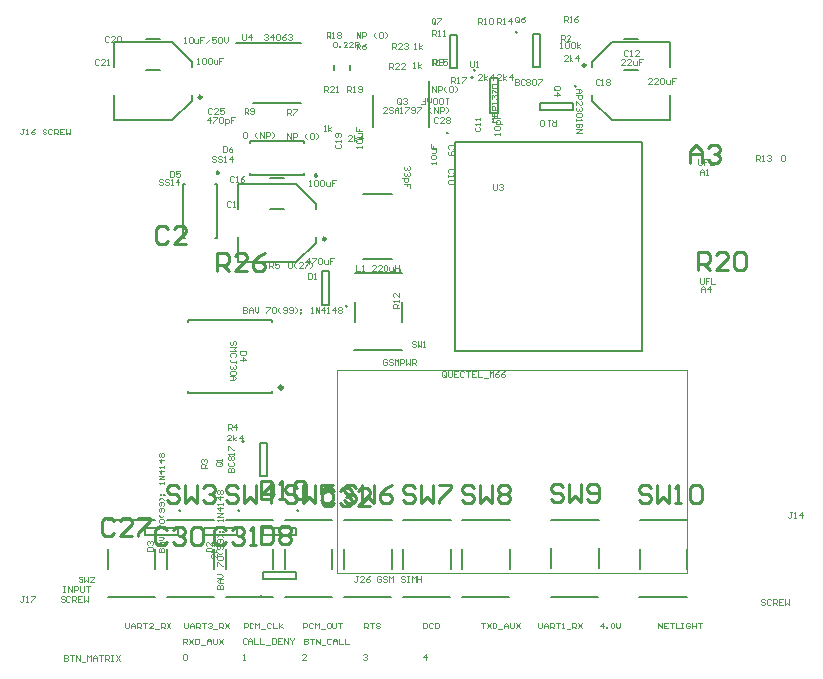
<source format=gto>
%FSLAX44Y44*%
%MOMM*%
G71*
G01*
G75*
G04 Layer_Color=65535*
G04:AMPARAMS|DCode=10|XSize=1.6mm|YSize=2mm|CornerRadius=0.248mm|HoleSize=0mm|Usage=FLASHONLY|Rotation=180.000|XOffset=0mm|YOffset=0mm|HoleType=Round|Shape=RoundedRectangle|*
%AMROUNDEDRECTD10*
21,1,1.6000,1.5040,0,0,180.0*
21,1,1.1040,2.0000,0,0,180.0*
1,1,0.4960,-0.5520,0.7520*
1,1,0.4960,0.5520,0.7520*
1,1,0.4960,0.5520,-0.7520*
1,1,0.4960,-0.5520,-0.7520*
%
%ADD10ROUNDEDRECTD10*%
G04:AMPARAMS|DCode=11|XSize=1mm|YSize=0.95mm|CornerRadius=0.1995mm|HoleSize=0mm|Usage=FLASHONLY|Rotation=0.000|XOffset=0mm|YOffset=0mm|HoleType=Round|Shape=RoundedRectangle|*
%AMROUNDEDRECTD11*
21,1,1.0000,0.5510,0,0,0.0*
21,1,0.6010,0.9500,0,0,0.0*
1,1,0.3990,0.3005,-0.2755*
1,1,0.3990,-0.3005,-0.2755*
1,1,0.3990,-0.3005,0.2755*
1,1,0.3990,0.3005,0.2755*
%
%ADD11ROUNDEDRECTD11*%
G04:AMPARAMS|DCode=12|XSize=1.05mm|YSize=0.65mm|CornerRadius=0.2015mm|HoleSize=0mm|Usage=FLASHONLY|Rotation=90.000|XOffset=0mm|YOffset=0mm|HoleType=Round|Shape=RoundedRectangle|*
%AMROUNDEDRECTD12*
21,1,1.0500,0.2470,0,0,90.0*
21,1,0.6470,0.6500,0,0,90.0*
1,1,0.4030,0.1235,0.3235*
1,1,0.4030,0.1235,-0.3235*
1,1,0.4030,-0.1235,-0.3235*
1,1,0.4030,-0.1235,0.3235*
%
%ADD12ROUNDEDRECTD12*%
G04:AMPARAMS|DCode=13|XSize=1mm|YSize=0.9mm|CornerRadius=0.198mm|HoleSize=0mm|Usage=FLASHONLY|Rotation=180.000|XOffset=0mm|YOffset=0mm|HoleType=Round|Shape=RoundedRectangle|*
%AMROUNDEDRECTD13*
21,1,1.0000,0.5040,0,0,180.0*
21,1,0.6040,0.9000,0,0,180.0*
1,1,0.3960,-0.3020,0.2520*
1,1,0.3960,0.3020,0.2520*
1,1,0.3960,0.3020,-0.2520*
1,1,0.3960,-0.3020,-0.2520*
%
%ADD13ROUNDEDRECTD13*%
G04:AMPARAMS|DCode=14|XSize=1.05mm|YSize=0.65mm|CornerRadius=0.2015mm|HoleSize=0mm|Usage=FLASHONLY|Rotation=180.000|XOffset=0mm|YOffset=0mm|HoleType=Round|Shape=RoundedRectangle|*
%AMROUNDEDRECTD14*
21,1,1.0500,0.2470,0,0,180.0*
21,1,0.6470,0.6500,0,0,180.0*
1,1,0.4030,-0.3235,0.1235*
1,1,0.4030,0.3235,0.1235*
1,1,0.4030,0.3235,-0.1235*
1,1,0.4030,-0.3235,-0.1235*
%
%ADD14ROUNDEDRECTD14*%
G04:AMPARAMS|DCode=15|XSize=1mm|YSize=0.9mm|CornerRadius=0.198mm|HoleSize=0mm|Usage=FLASHONLY|Rotation=90.000|XOffset=0mm|YOffset=0mm|HoleType=Round|Shape=RoundedRectangle|*
%AMROUNDEDRECTD15*
21,1,1.0000,0.5040,0,0,90.0*
21,1,0.6040,0.9000,0,0,90.0*
1,1,0.3960,0.2520,0.3020*
1,1,0.3960,0.2520,-0.3020*
1,1,0.3960,-0.2520,-0.3020*
1,1,0.3960,-0.2520,0.3020*
%
%ADD15ROUNDEDRECTD15*%
G04:AMPARAMS|DCode=16|XSize=3.3mm|YSize=2.5mm|CornerRadius=0.2mm|HoleSize=0mm|Usage=FLASHONLY|Rotation=270.000|XOffset=0mm|YOffset=0mm|HoleType=Round|Shape=RoundedRectangle|*
%AMROUNDEDRECTD16*
21,1,3.3000,2.1000,0,0,270.0*
21,1,2.9000,2.5000,0,0,270.0*
1,1,0.4000,-1.0500,-1.4500*
1,1,0.4000,-1.0500,1.4500*
1,1,0.4000,1.0500,1.4500*
1,1,0.4000,1.0500,-1.4500*
%
%ADD16ROUNDEDRECTD16*%
G04:AMPARAMS|DCode=17|XSize=1.45mm|YSize=1.15mm|CornerRadius=0.2013mm|HoleSize=0mm|Usage=FLASHONLY|Rotation=270.000|XOffset=0mm|YOffset=0mm|HoleType=Round|Shape=RoundedRectangle|*
%AMROUNDEDRECTD17*
21,1,1.4500,0.7475,0,0,270.0*
21,1,1.0475,1.1500,0,0,270.0*
1,1,0.4025,-0.3738,-0.5238*
1,1,0.4025,-0.3738,0.5238*
1,1,0.4025,0.3738,0.5238*
1,1,0.4025,0.3738,-0.5238*
%
%ADD17ROUNDEDRECTD17*%
G04:AMPARAMS|DCode=18|XSize=1.2mm|YSize=0.6mm|CornerRadius=0.201mm|HoleSize=0mm|Usage=FLASHONLY|Rotation=270.000|XOffset=0mm|YOffset=0mm|HoleType=Round|Shape=RoundedRectangle|*
%AMROUNDEDRECTD18*
21,1,1.2000,0.1980,0,0,270.0*
21,1,0.7980,0.6000,0,0,270.0*
1,1,0.4020,-0.0990,-0.3990*
1,1,0.4020,-0.0990,0.3990*
1,1,0.4020,0.0990,0.3990*
1,1,0.4020,0.0990,-0.3990*
%
%ADD18ROUNDEDRECTD18*%
G04:AMPARAMS|DCode=19|XSize=1.9mm|YSize=1.2mm|CornerRadius=0.198mm|HoleSize=0mm|Usage=FLASHONLY|Rotation=0.000|XOffset=0mm|YOffset=0mm|HoleType=Round|Shape=RoundedRectangle|*
%AMROUNDEDRECTD19*
21,1,1.9000,0.8040,0,0,0.0*
21,1,1.5040,1.2000,0,0,0.0*
1,1,0.3960,0.7520,-0.4020*
1,1,0.3960,-0.7520,-0.4020*
1,1,0.3960,-0.7520,0.4020*
1,1,0.3960,0.7520,0.4020*
%
%ADD19ROUNDEDRECTD19*%
G04:AMPARAMS|DCode=20|XSize=2.5mm|YSize=1.7mm|CornerRadius=0.204mm|HoleSize=0mm|Usage=FLASHONLY|Rotation=270.000|XOffset=0mm|YOffset=0mm|HoleType=Round|Shape=RoundedRectangle|*
%AMROUNDEDRECTD20*
21,1,2.5000,1.2920,0,0,270.0*
21,1,2.0920,1.7000,0,0,270.0*
1,1,0.4080,-0.6460,-1.0460*
1,1,0.4080,-0.6460,1.0460*
1,1,0.4080,0.6460,1.0460*
1,1,0.4080,0.6460,-1.0460*
%
%ADD20ROUNDEDRECTD20*%
G04:AMPARAMS|DCode=21|XSize=2.7mm|YSize=1.2mm|CornerRadius=0.21mm|HoleSize=0mm|Usage=FLASHONLY|Rotation=90.000|XOffset=0mm|YOffset=0mm|HoleType=Round|Shape=RoundedRectangle|*
%AMROUNDEDRECTD21*
21,1,2.7000,0.7800,0,0,90.0*
21,1,2.2800,1.2000,0,0,90.0*
1,1,0.4200,0.3900,1.1400*
1,1,0.4200,0.3900,-1.1400*
1,1,0.4200,-0.3900,-1.1400*
1,1,0.4200,-0.3900,1.1400*
%
%ADD21ROUNDEDRECTD21*%
G04:AMPARAMS|DCode=22|XSize=1mm|YSize=0.95mm|CornerRadius=0.1995mm|HoleSize=0mm|Usage=FLASHONLY|Rotation=270.000|XOffset=0mm|YOffset=0mm|HoleType=Round|Shape=RoundedRectangle|*
%AMROUNDEDRECTD22*
21,1,1.0000,0.5510,0,0,270.0*
21,1,0.6010,0.9500,0,0,270.0*
1,1,0.3990,-0.2755,-0.3005*
1,1,0.3990,-0.2755,0.3005*
1,1,0.3990,0.2755,0.3005*
1,1,0.3990,0.2755,-0.3005*
%
%ADD22ROUNDEDRECTD22*%
G04:AMPARAMS|DCode=23|XSize=0.7mm|YSize=1mm|CornerRadius=0.175mm|HoleSize=0mm|Usage=FLASHONLY|Rotation=90.000|XOffset=0mm|YOffset=0mm|HoleType=Round|Shape=RoundedRectangle|*
%AMROUNDEDRECTD23*
21,1,0.7000,0.6500,0,0,90.0*
21,1,0.3500,1.0000,0,0,90.0*
1,1,0.3500,0.3250,0.1750*
1,1,0.3500,0.3250,-0.1750*
1,1,0.3500,-0.3250,-0.1750*
1,1,0.3500,-0.3250,0.1750*
%
%ADD23ROUNDEDRECTD23*%
G04:AMPARAMS|DCode=24|XSize=0.8mm|YSize=2mm|CornerRadius=0.2mm|HoleSize=0mm|Usage=FLASHONLY|Rotation=90.000|XOffset=0mm|YOffset=0mm|HoleType=Round|Shape=RoundedRectangle|*
%AMROUNDEDRECTD24*
21,1,0.8000,1.6000,0,0,90.0*
21,1,0.4000,2.0000,0,0,90.0*
1,1,0.4000,0.8000,0.2000*
1,1,0.4000,0.8000,-0.2000*
1,1,0.4000,-0.8000,-0.2000*
1,1,0.4000,-0.8000,0.2000*
%
%ADD24ROUNDEDRECTD24*%
G04:AMPARAMS|DCode=25|XSize=1.45mm|YSize=0.95mm|CornerRadius=0.1995mm|HoleSize=0mm|Usage=FLASHONLY|Rotation=0.000|XOffset=0mm|YOffset=0mm|HoleType=Round|Shape=RoundedRectangle|*
%AMROUNDEDRECTD25*
21,1,1.4500,0.5510,0,0,0.0*
21,1,1.0510,0.9500,0,0,0.0*
1,1,0.3990,0.5255,-0.2755*
1,1,0.3990,-0.5255,-0.2755*
1,1,0.3990,-0.5255,0.2755*
1,1,0.3990,0.5255,0.2755*
%
%ADD25ROUNDEDRECTD25*%
%ADD26O,1.5500X0.6000*%
G04:AMPARAMS|DCode=27|XSize=5.2mm|YSize=2mm|CornerRadius=0.25mm|HoleSize=0mm|Usage=FLASHONLY|Rotation=270.000|XOffset=0mm|YOffset=0mm|HoleType=Round|Shape=RoundedRectangle|*
%AMROUNDEDRECTD27*
21,1,5.2000,1.5000,0,0,270.0*
21,1,4.7000,2.0000,0,0,270.0*
1,1,0.5000,-0.7500,-2.3500*
1,1,0.5000,-0.7500,2.3500*
1,1,0.5000,0.7500,2.3500*
1,1,0.5000,0.7500,-2.3500*
%
%ADD27ROUNDEDRECTD27*%
G04:AMPARAMS|DCode=28|XSize=2.5mm|YSize=1.7mm|CornerRadius=0.204mm|HoleSize=0mm|Usage=FLASHONLY|Rotation=180.000|XOffset=0mm|YOffset=0mm|HoleType=Round|Shape=RoundedRectangle|*
%AMROUNDEDRECTD28*
21,1,2.5000,1.2920,0,0,180.0*
21,1,2.0920,1.7000,0,0,180.0*
1,1,0.4080,-1.0460,0.6460*
1,1,0.4080,1.0460,0.6460*
1,1,0.4080,1.0460,-0.6460*
1,1,0.4080,-1.0460,-0.6460*
%
%ADD28ROUNDEDRECTD28*%
G04:AMPARAMS|DCode=29|XSize=3.3mm|YSize=1.65mm|CornerRadius=0.198mm|HoleSize=0mm|Usage=FLASHONLY|Rotation=180.000|XOffset=0mm|YOffset=0mm|HoleType=Round|Shape=RoundedRectangle|*
%AMROUNDEDRECTD29*
21,1,3.3000,1.2540,0,0,180.0*
21,1,2.9040,1.6500,0,0,180.0*
1,1,0.3960,-1.4520,0.6270*
1,1,0.3960,1.4520,0.6270*
1,1,0.3960,1.4520,-0.6270*
1,1,0.3960,-1.4520,-0.6270*
%
%ADD29ROUNDEDRECTD29*%
G04:AMPARAMS|DCode=30|XSize=1.2mm|YSize=2mm|CornerRadius=0.3mm|HoleSize=0mm|Usage=FLASHONLY|Rotation=270.000|XOffset=0mm|YOffset=0mm|HoleType=Round|Shape=RoundedRectangle|*
%AMROUNDEDRECTD30*
21,1,1.2000,1.4000,0,0,270.0*
21,1,0.6000,2.0000,0,0,270.0*
1,1,0.6000,-0.7000,-0.3000*
1,1,0.6000,-0.7000,0.3000*
1,1,0.6000,0.7000,0.3000*
1,1,0.6000,0.7000,-0.3000*
%
%ADD30ROUNDEDRECTD30*%
%ADD31O,2.5000X0.7000*%
%ADD32O,0.7000X2.5000*%
G04:AMPARAMS|DCode=33|XSize=0.67mm|YSize=0.67mm|CornerRadius=0.1508mm|HoleSize=0mm|Usage=FLASHONLY|Rotation=180.000|XOffset=0mm|YOffset=0mm|HoleType=Round|Shape=RoundedRectangle|*
%AMROUNDEDRECTD33*
21,1,0.6700,0.3685,0,0,180.0*
21,1,0.3685,0.6700,0,0,180.0*
1,1,0.3015,-0.1843,0.1843*
1,1,0.3015,0.1843,0.1843*
1,1,0.3015,0.1843,-0.1843*
1,1,0.3015,-0.1843,-0.1843*
%
%ADD33ROUNDEDRECTD33*%
G04:AMPARAMS|DCode=34|XSize=1.1mm|YSize=0.6mm|CornerRadius=0.201mm|HoleSize=0mm|Usage=FLASHONLY|Rotation=0.000|XOffset=0mm|YOffset=0mm|HoleType=Round|Shape=RoundedRectangle|*
%AMROUNDEDRECTD34*
21,1,1.1000,0.1980,0,0,0.0*
21,1,0.6980,0.6000,0,0,0.0*
1,1,0.4020,0.3490,-0.0990*
1,1,0.4020,-0.3490,-0.0990*
1,1,0.4020,-0.3490,0.0990*
1,1,0.4020,0.3490,0.0990*
%
%ADD34ROUNDEDRECTD34*%
%ADD35O,1.5000X0.5000*%
%ADD36O,0.5000X2.5000*%
G04:AMPARAMS|DCode=37|XSize=0.7mm|YSize=1.5mm|CornerRadius=0.175mm|HoleSize=0mm|Usage=FLASHONLY|Rotation=90.000|XOffset=0mm|YOffset=0mm|HoleType=Round|Shape=RoundedRectangle|*
%AMROUNDEDRECTD37*
21,1,0.7000,1.1500,0,0,90.0*
21,1,0.3500,1.5000,0,0,90.0*
1,1,0.3500,0.5750,0.1750*
1,1,0.3500,0.5750,-0.1750*
1,1,0.3500,-0.5750,-0.1750*
1,1,0.3500,-0.5750,0.1750*
%
%ADD37ROUNDEDRECTD37*%
%ADD38O,2.5000X0.5000*%
%ADD39C,0.5000*%
%ADD40C,0.4000*%
%ADD41C,0.8000*%
%ADD42C,0.6000*%
%ADD43C,0.6500*%
%ADD44C,0.2500*%
%ADD45C,0.7000*%
%ADD46C,1.5000*%
%ADD47C,2.0000*%
%ADD48C,2.0000*%
%ADD49C,2.2000*%
%ADD50C,1.3000*%
G04:AMPARAMS|DCode=51|XSize=1.3mm|YSize=1.3mm|CornerRadius=0.325mm|HoleSize=0mm|Usage=FLASHONLY|Rotation=0.000|XOffset=0mm|YOffset=0mm|HoleType=Round|Shape=RoundedRectangle|*
%AMROUNDEDRECTD51*
21,1,1.3000,0.6500,0,0,0.0*
21,1,0.6500,1.3000,0,0,0.0*
1,1,0.6500,0.3250,-0.3250*
1,1,0.6500,-0.3250,-0.3250*
1,1,0.6500,-0.3250,0.3250*
1,1,0.6500,0.3250,0.3250*
%
%ADD51ROUNDEDRECTD51*%
G04:AMPARAMS|DCode=52|XSize=1.3mm|YSize=1.3mm|CornerRadius=0.1625mm|HoleSize=0mm|Usage=FLASHONLY|Rotation=270.000|XOffset=0mm|YOffset=0mm|HoleType=Round|Shape=RoundedRectangle|*
%AMROUNDEDRECTD52*
21,1,1.3000,0.9750,0,0,270.0*
21,1,0.9750,1.3000,0,0,270.0*
1,1,0.3250,-0.4875,-0.4875*
1,1,0.3250,-0.4875,0.4875*
1,1,0.3250,0.4875,0.4875*
1,1,0.3250,0.4875,-0.4875*
%
%ADD52ROUNDEDRECTD52*%
%ADD53R,2.5000X5.0000*%
%ADD54R,5.0000X2.5000*%
%ADD55O,2.0000X1.3000*%
%ADD56R,1.6000X1.6000*%
%ADD57C,1.6000*%
G04:AMPARAMS|DCode=58|XSize=1.6mm|YSize=1.6mm|CornerRadius=0.2mm|HoleSize=0mm|Usage=FLASHONLY|Rotation=270.000|XOffset=0mm|YOffset=0mm|HoleType=Round|Shape=RoundedRectangle|*
%AMROUNDEDRECTD58*
21,1,1.6000,1.2000,0,0,270.0*
21,1,1.2000,1.6000,0,0,270.0*
1,1,0.4000,-0.6000,-0.6000*
1,1,0.4000,-0.6000,0.6000*
1,1,0.4000,0.6000,0.6000*
1,1,0.4000,0.6000,-0.6000*
%
%ADD58ROUNDEDRECTD58*%
%ADD59C,1.8000*%
G04:AMPARAMS|DCode=60|XSize=1.4mm|YSize=1.4mm|CornerRadius=0.175mm|HoleSize=0mm|Usage=FLASHONLY|Rotation=270.000|XOffset=0mm|YOffset=0mm|HoleType=Round|Shape=RoundedRectangle|*
%AMROUNDEDRECTD60*
21,1,1.4000,1.0500,0,0,270.0*
21,1,1.0500,1.4000,0,0,270.0*
1,1,0.3500,-0.5250,-0.5250*
1,1,0.3500,-0.5250,0.5250*
1,1,0.3500,0.5250,0.5250*
1,1,0.3500,0.5250,-0.5250*
%
%ADD60ROUNDEDRECTD60*%
%ADD61C,2.5000*%
G04:AMPARAMS|DCode=62|XSize=1mm|YSize=1mm|CornerRadius=0.25mm|HoleSize=0mm|Usage=FLASHONLY|Rotation=180.000|XOffset=0mm|YOffset=0mm|HoleType=Round|Shape=RoundedRectangle|*
%AMROUNDEDRECTD62*
21,1,1.0000,0.5000,0,0,180.0*
21,1,0.5000,1.0000,0,0,180.0*
1,1,0.5000,-0.2500,0.2500*
1,1,0.5000,0.2500,0.2500*
1,1,0.5000,0.2500,-0.2500*
1,1,0.5000,-0.2500,-0.2500*
%
%ADD62ROUNDEDRECTD62*%
%ADD63C,7.0000*%
%ADD64C,1.0000*%
G04:AMPARAMS|DCode=65|XSize=0.7mm|YSize=2.5mm|CornerRadius=0.175mm|HoleSize=0mm|Usage=FLASHONLY|Rotation=270.000|XOffset=0mm|YOffset=0mm|HoleType=Round|Shape=RoundedRectangle|*
%AMROUNDEDRECTD65*
21,1,0.7000,2.1500,0,0,270.0*
21,1,0.3500,2.5000,0,0,270.0*
1,1,0.3500,-1.0750,-0.1750*
1,1,0.3500,-1.0750,0.1750*
1,1,0.3500,1.0750,0.1750*
1,1,0.3500,1.0750,-0.1750*
%
%ADD65ROUNDEDRECTD65*%
%ADD66C,0.2000*%
%ADD67C,0.3000*%
%ADD68C,0.1500*%
%ADD69C,0.1000*%
%ADD70C,0.2540*%
G36*
X195402Y374508D02*
X196004Y374106D01*
X196406Y373504D01*
X196548Y372794D01*
X196406Y372084D01*
X196004Y371482D01*
X195402Y371079D01*
X194692Y370938D01*
X193982Y371079D01*
X193380Y371482D01*
X192977Y372084D01*
X192836Y372794D01*
X192977Y373504D01*
X193380Y374106D01*
X193982Y374508D01*
X194692Y374649D01*
X195402Y374508D01*
D02*
G37*
G36*
X278504Y372022D02*
X279106Y371620D01*
X279508Y371018D01*
X279649Y370308D01*
X279508Y369598D01*
X279106Y368996D01*
X278504Y368594D01*
X277794Y368452D01*
X277084Y368594D01*
X276482Y368996D01*
X276079Y369598D01*
X275938Y370308D01*
X276079Y371018D01*
X276482Y371620D01*
X277084Y372022D01*
X277794Y372164D01*
X278504Y372022D01*
D02*
G37*
G36*
X411148Y454648D02*
X411624Y453500D01*
X411148Y452352D01*
X410000Y451876D01*
X408852Y452352D01*
X408376Y453500D01*
X408852Y454648D01*
X410000Y455124D01*
X411148Y454648D01*
D02*
G37*
G36*
X390034Y407073D02*
X390388Y406217D01*
X390034Y405361D01*
X389178Y405007D01*
X388322Y405361D01*
X387968Y406217D01*
X388322Y407073D01*
X389178Y407427D01*
X390034Y407073D01*
D02*
G37*
D44*
X181250Y436500D02*
G03*
X181250Y436500I-1250J0D01*
G01*
X506250Y463500D02*
G03*
X506250Y463500I-1250J0D01*
G01*
X286250Y316500D02*
G03*
X286250Y316500I-1250J0D01*
G01*
D66*
X232207Y13750D02*
G03*
X232207Y13750I-707J0D01*
G01*
X263207Y86500D02*
G03*
X263207Y86500I-707J0D01*
G01*
X412707Y459400D02*
G03*
X412707Y459400I-707J0D01*
G01*
X216957Y145250D02*
G03*
X216957Y145250I-707J0D01*
G01*
X304457Y259500D02*
G03*
X304457Y259500I-707J0D01*
G01*
X498207Y445944D02*
G03*
X498207Y445944I-707J0D01*
G01*
X163207Y86500D02*
G03*
X163207Y86500I-707J0D01*
G01*
X213207D02*
G03*
X213207Y86500I-707J0D01*
G01*
X448207Y491500D02*
G03*
X448207Y491500I-707J0D01*
G01*
X151795Y13150D02*
X191800D01*
X151997Y78253D02*
X192003D01*
X152000Y37250D02*
Y54251D01*
X192000Y37250D02*
Y54251D01*
X251795Y13150D02*
X291800D01*
X251998Y78253D02*
X292003D01*
X252000Y37250D02*
Y54251D01*
X292000Y37250D02*
Y54251D01*
X201795Y13150D02*
X241800D01*
X201998Y78253D02*
X242003D01*
X202000Y37250D02*
Y54251D01*
X242000Y37250D02*
Y54251D01*
X301795Y13150D02*
X341800D01*
X301998Y78253D02*
X342002D01*
X302000Y37250D02*
Y54251D01*
X342000Y37250D02*
Y54251D01*
X351795Y13150D02*
X391800D01*
X351997Y78253D02*
X392002D01*
X352000Y37250D02*
Y54251D01*
X392000Y37250D02*
Y54251D01*
X401795Y13150D02*
X441800D01*
X401997Y78253D02*
X442002D01*
X402000Y37250D02*
Y54251D01*
X442000Y37250D02*
Y54251D01*
X477045Y13650D02*
X517050D01*
X477248Y78753D02*
X517253D01*
X477250Y37750D02*
Y54751D01*
X517250Y37750D02*
Y54751D01*
X551795Y13150D02*
X591800D01*
X551997Y78253D02*
X592002D01*
X552000Y37250D02*
Y54251D01*
X592000Y37250D02*
Y54251D01*
X240500Y186000D02*
Y188000D01*
X169500Y186000D02*
X240500D01*
X169500D02*
Y188000D01*
X169500Y246000D02*
Y248000D01*
X240500D01*
Y246000D02*
Y248000D01*
X192500Y317000D02*
X194500D01*
X194496Y362997D02*
X194500Y317000D01*
X192498Y362997D02*
X194496D01*
X165500Y363000D02*
X167500D01*
X165500D02*
X165504Y317003D01*
X167502D01*
X317500Y354500D02*
X342500D01*
X317500Y299500D02*
X342500D01*
X222000Y370500D02*
Y372500D01*
Y370500D02*
X267997Y370504D01*
Y372502D01*
X268000Y397500D02*
Y399500D01*
X222003Y399496D02*
X268000Y399500D01*
X222003Y397498D02*
Y399496D01*
X173000Y462000D02*
Y466500D01*
X156500Y483000D02*
X173000Y466500D01*
X107000Y483000D02*
X156500D01*
X107000Y462000D02*
Y483000D01*
X173000Y433500D02*
Y438000D01*
X156500Y417000D02*
X173000Y433500D01*
X107000Y417000D02*
X156500D01*
X107000D02*
Y438000D01*
X512000Y433500D02*
Y438000D01*
Y433500D02*
X528500Y417000D01*
X578000D01*
Y438000D01*
X512000Y462000D02*
Y466500D01*
X528500Y483000D01*
X578000D01*
Y462000D02*
Y483000D01*
X396000Y221500D02*
Y398500D01*
Y221500D02*
X554000D01*
Y398500D01*
X396000D02*
X554000D01*
X432497Y423001D02*
Y452999D01*
X425503D02*
X432497D01*
X425503Y423001D02*
Y452999D01*
Y423001D02*
X432497D01*
X212000Y297000D02*
Y318000D01*
Y297000D02*
X261500D01*
X278000Y313500D01*
Y318000D01*
X212000Y342000D02*
Y363000D01*
X261500D01*
X278000Y346500D01*
Y342000D02*
Y346500D01*
X142000Y37250D02*
Y54251D01*
X102000Y37250D02*
Y54251D01*
X101997Y78253D02*
X142002D01*
X101795Y13150D02*
X141800D01*
X350750Y246500D02*
Y263501D01*
X310750Y246500D02*
Y263501D01*
X310748Y287504D02*
X350752D01*
X310545Y222400D02*
X350550D01*
D67*
X249684Y190808D02*
G03*
X249684Y190808I-1390J0D01*
G01*
D68*
X233000Y28250D02*
Y34250D01*
X261000D01*
Y28250D02*
Y34250D01*
X233000Y28250D02*
X261000D01*
Y66000D02*
Y72000D01*
X233000Y66000D02*
X261000D01*
X233000D02*
Y72000D01*
X261000D01*
X391500Y460900D02*
X397500D01*
X391500D02*
Y488900D01*
X397500D01*
Y460900D02*
Y488900D01*
X373500Y411500D02*
Y450000D01*
X326500Y411500D02*
Y438500D01*
X230750Y143750D02*
X236750D01*
Y115750D02*
Y143750D01*
X230750Y115750D02*
X236750D01*
X230750D02*
Y143750D01*
X134000Y486250D02*
X146000D01*
X134000Y459250D02*
X146000D01*
X239000Y368500D02*
X251000D01*
X239000Y341500D02*
X251000D01*
X539000Y486250D02*
X551000D01*
X539000Y459250D02*
X551000D01*
X307000Y460000D02*
Y464000D01*
X293000Y460000D02*
Y464000D01*
X224500Y431500D02*
X265500D01*
X210000Y482500D02*
X265500D01*
X289250Y261000D02*
Y289000D01*
X283250D02*
X289250D01*
X283250Y261000D02*
Y289000D01*
Y261000D02*
X289250D01*
X468000Y431444D02*
X496000D01*
X468000Y425444D02*
Y431444D01*
Y425444D02*
X496000D01*
Y431444D01*
X133000Y72000D02*
X161000D01*
X133000Y66000D02*
Y72000D01*
Y66000D02*
X161000D01*
Y72000D01*
X183000D02*
X211000D01*
X183000Y66000D02*
Y72000D01*
Y66000D02*
X211000D01*
Y72000D01*
X462000Y462000D02*
Y490000D01*
Y462000D02*
X468000D01*
Y490000D01*
X462000D02*
X468000D01*
D69*
X295500Y34000D02*
Y206000D01*
Y34000D02*
X592500D01*
Y206000D01*
X295500D02*
X592500D01*
X376367Y463772D02*
Y468770D01*
X378866D01*
X379699Y467937D01*
Y466271D01*
X378866Y465438D01*
X376367D01*
X378033D02*
X379699Y463772D01*
X381366D02*
X383032D01*
X382198D01*
Y468770D01*
X381366Y467937D01*
X388863Y468770D02*
X385531D01*
Y466271D01*
X387197Y467104D01*
X388030D01*
X388863Y466271D01*
Y464605D01*
X388030Y463772D01*
X386364D01*
X385531Y464605D01*
X376875Y463772D02*
Y468770D01*
X379374D01*
X380207Y467937D01*
Y466271D01*
X379374Y465438D01*
X376875D01*
X378541D02*
X380207Y463772D01*
X381874Y467937D02*
X382706Y468770D01*
X384373D01*
X385206Y467937D01*
Y467104D01*
X384373Y466271D01*
X385206Y465438D01*
Y464605D01*
X384373Y463772D01*
X382706D01*
X381874Y464605D01*
Y465438D01*
X382706Y466271D01*
X381874Y467104D01*
Y467937D01*
X382706Y466271D02*
X384373D01*
X392196Y448278D02*
Y453276D01*
X394695D01*
X395528Y452443D01*
Y450777D01*
X394695Y449944D01*
X392196D01*
X393862D02*
X395528Y448278D01*
X397194D02*
X398860D01*
X398027D01*
Y453276D01*
X397194Y452443D01*
X401359Y453276D02*
X404692D01*
Y452443D01*
X401359Y449111D01*
Y448278D01*
X379191Y499657D02*
Y502989D01*
X378358Y503822D01*
X376692D01*
X375859Y502989D01*
Y499657D01*
X376692Y498824D01*
X378358D01*
X377525Y500490D02*
X379191Y498824D01*
X378358D02*
X379191Y499657D01*
X380858Y503822D02*
X384190D01*
Y502989D01*
X380858Y499657D01*
Y498824D01*
X209165Y226748D02*
X209998Y227581D01*
Y229247D01*
X209165Y230080D01*
X208332D01*
X207499Y229247D01*
Y227581D01*
X206666Y226748D01*
X205833D01*
X205000Y227581D01*
Y229247D01*
X205833Y230080D01*
X205000Y225082D02*
X209998D01*
X208332Y223416D01*
X209998Y221749D01*
X205000D01*
X209165Y216751D02*
X209998Y217584D01*
Y219250D01*
X209165Y220083D01*
X205833D01*
X205000Y219250D01*
Y217584D01*
X205833Y216751D01*
X209998Y211753D02*
Y213419D01*
Y212586D01*
X205833D01*
X205000Y213419D01*
Y214252D01*
X205833Y215085D01*
X209165Y210087D02*
X209998Y209254D01*
Y207588D01*
X209165Y206754D01*
X208332D01*
X207499Y207588D01*
Y208421D01*
Y207588D01*
X206666Y206754D01*
X205833D01*
X205000Y207588D01*
Y209254D01*
X205833Y210087D01*
X209165Y205088D02*
X209998Y204255D01*
Y202589D01*
X209165Y201756D01*
X205833D01*
X205000Y202589D01*
Y204255D01*
X205833Y205088D01*
X209165D01*
X205000Y200090D02*
X208332D01*
X209998Y198424D01*
X208332Y196758D01*
X205000D01*
X207499D01*
Y200090D01*
X218499Y221858D02*
X213501D01*
Y219359D01*
X214334Y218525D01*
X217666D01*
X218499Y219359D01*
Y221858D01*
X213501Y214360D02*
X218499D01*
X216000Y216859D01*
Y213527D01*
X317000Y393750D02*
Y395416D01*
Y394583D01*
X312002D01*
X312835Y393750D01*
Y397915D02*
X312002Y398748D01*
Y400415D01*
X312835Y401248D01*
X316167D01*
X317000Y400415D01*
Y398748D01*
X316167Y397915D01*
X312835D01*
X313668Y402914D02*
X316167D01*
X317000Y403747D01*
Y406246D01*
X313668D01*
X312002Y411244D02*
Y407912D01*
X314501D01*
Y409578D01*
Y407912D01*
X317000D01*
X294957Y397082D02*
X294124Y396249D01*
Y394583D01*
X294957Y393750D01*
X298290D01*
X299123Y394583D01*
Y396249D01*
X298290Y397082D01*
X299123Y398748D02*
Y400415D01*
Y399581D01*
X294124D01*
X294957Y398748D01*
X298290Y402914D02*
X299123Y403747D01*
Y405413D01*
X298290Y406246D01*
X294957D01*
X294124Y405413D01*
Y403747D01*
X294957Y402914D01*
X295790D01*
X296623Y403747D01*
Y406246D01*
X361040Y477500D02*
X362706D01*
X361873D01*
Y482498D01*
X361040Y481665D01*
X365206Y477500D02*
Y482498D01*
Y479166D02*
X367705Y480832D01*
X365206Y479166D02*
X367705Y477500D01*
X342238D02*
Y482498D01*
X344737D01*
X345570Y481665D01*
Y479999D01*
X344737Y479166D01*
X342238D01*
X343904D02*
X345570Y477500D01*
X350569D02*
X347236D01*
X350569Y480832D01*
Y481665D01*
X349735Y482498D01*
X348069D01*
X347236Y481665D01*
X352235D02*
X353068Y482498D01*
X354734D01*
X355567Y481665D01*
Y480832D01*
X354734Y479999D01*
X353901D01*
X354734D01*
X355567Y479166D01*
Y478333D01*
X354734Y477500D01*
X353068D01*
X352235Y478333D01*
X360341Y461000D02*
X362007D01*
X361174D01*
Y465998D01*
X360341Y465165D01*
X364506Y461000D02*
Y465998D01*
Y462666D02*
X367005Y464332D01*
X364506Y462666D02*
X367005Y461000D01*
X340147Y460768D02*
Y465767D01*
X342646D01*
X343479Y464934D01*
Y463268D01*
X342646Y462434D01*
X340147D01*
X341813D02*
X343479Y460768D01*
X348477D02*
X345145D01*
X348477Y464101D01*
Y464934D01*
X347644Y465767D01*
X345978D01*
X345145Y464934D01*
X353476Y460768D02*
X350144D01*
X353476Y464101D01*
Y464934D01*
X352643Y465767D01*
X350977D01*
X350144Y464934D01*
X216500Y406246D02*
X217333Y407080D01*
X218999D01*
X219832Y406246D01*
Y402914D01*
X218999Y402081D01*
X217333D01*
X216500Y402914D01*
Y406246D01*
X228163Y402081D02*
X226497Y403747D01*
Y405413D01*
X228163Y407080D01*
X230662Y402081D02*
Y407080D01*
X233994Y402081D01*
Y407080D01*
X235660Y402081D02*
Y407080D01*
X238160D01*
X238993Y406246D01*
Y404580D01*
X238160Y403747D01*
X235660D01*
X240659Y402081D02*
X242325Y403747D01*
Y405413D01*
X240659Y407080D01*
X217537Y422711D02*
Y427709D01*
X220036D01*
X220869Y426876D01*
Y425210D01*
X220036Y424377D01*
X217537D01*
X219203D02*
X220869Y422711D01*
X222535Y423544D02*
X223368Y422711D01*
X225034D01*
X225868Y423544D01*
Y426876D01*
X225034Y427709D01*
X223368D01*
X222535Y426876D01*
Y426043D01*
X223368Y425210D01*
X225868D01*
X253810Y401581D02*
Y406580D01*
X257142Y401581D01*
Y406580D01*
X258808Y401581D02*
Y406580D01*
X261307D01*
X262140Y405746D01*
Y404080D01*
X261307Y403247D01*
X258808D01*
X270471Y401581D02*
X268805Y403247D01*
Y404913D01*
X270471Y406580D01*
X272970Y405746D02*
X273803Y406580D01*
X275469D01*
X276303Y405746D01*
Y402414D01*
X275469Y401581D01*
X273803D01*
X272970Y402414D01*
Y405746D01*
X277969Y401581D02*
X279635Y403247D01*
Y404913D01*
X277969Y406580D01*
X253469Y421831D02*
Y426830D01*
X255968D01*
X256801Y425997D01*
Y424330D01*
X255968Y423497D01*
X253469D01*
X255135D02*
X256801Y421831D01*
X258468Y426830D02*
X261800D01*
Y425997D01*
X258468Y422664D01*
Y421831D01*
X337867Y423463D02*
X334534D01*
X337867Y426795D01*
Y427628D01*
X337034Y428461D01*
X335368D01*
X334534Y427628D01*
X342865D02*
X342032Y428461D01*
X340366D01*
X339533Y427628D01*
Y426795D01*
X340366Y425962D01*
X342032D01*
X342865Y425129D01*
Y424296D01*
X342032Y423463D01*
X340366D01*
X339533Y424296D01*
X344531Y423463D02*
Y426795D01*
X346197Y428461D01*
X347863Y426795D01*
Y423463D01*
Y425962D01*
X344531D01*
X349530Y423463D02*
X351196D01*
X350363D01*
Y428461D01*
X349530Y427628D01*
X353695Y428461D02*
X357027D01*
Y427628D01*
X353695Y424296D01*
Y423463D01*
X358693Y424296D02*
X359526Y423463D01*
X361192D01*
X362025Y424296D01*
Y427628D01*
X361192Y428461D01*
X359526D01*
X358693Y427628D01*
Y426795D01*
X359526Y425962D01*
X362025D01*
X363692Y428461D02*
X367024D01*
Y427628D01*
X363692Y424296D01*
Y423463D01*
X375354D02*
X373688Y425129D01*
Y426795D01*
X375354Y428461D01*
X377854Y423463D02*
Y428461D01*
X381186Y423463D01*
Y428461D01*
X382852Y423463D02*
Y428461D01*
X385351D01*
X386184Y427628D01*
Y425962D01*
X385351Y425129D01*
X382852D01*
X387850Y423463D02*
X389516Y425129D01*
Y426795D01*
X387850Y428461D01*
X349801Y431487D02*
Y434819D01*
X348968Y435652D01*
X347302D01*
X346469Y434819D01*
Y431487D01*
X347302Y430654D01*
X348968D01*
X348135Y432320D02*
X349801Y430654D01*
X348968D02*
X349801Y431487D01*
X351467Y434819D02*
X352300Y435652D01*
X353966D01*
X354799Y434819D01*
Y433986D01*
X353966Y433153D01*
X353133D01*
X353966D01*
X354799Y432320D01*
Y431487D01*
X353966Y430654D01*
X352300D01*
X351467Y431487D01*
X254147Y296318D02*
X254980Y297151D01*
X256646D01*
X257479Y296318D01*
Y292986D01*
X256646Y292153D01*
X254980D01*
X254147Y292986D01*
Y296318D01*
X260811Y292153D02*
X259145Y293819D01*
Y295485D01*
X260811Y297151D01*
X266643Y292153D02*
X263310D01*
X266643Y295485D01*
Y296318D01*
X265810Y297151D01*
X264144D01*
X263310Y296318D01*
X268309Y297151D02*
X271641D01*
Y296318D01*
X268309Y292986D01*
Y292153D01*
X273307D02*
X274973Y293819D01*
Y295485D01*
X273307Y297151D01*
X238147Y292153D02*
Y297151D01*
X240646D01*
X241479Y296318D01*
Y294652D01*
X240646Y293819D01*
X238147D01*
X239813D02*
X241479Y292153D01*
X246477Y297151D02*
X243145D01*
Y294652D01*
X244811Y295485D01*
X245644D01*
X246477Y294652D01*
Y292986D01*
X245644Y292153D01*
X243978D01*
X243145Y292986D01*
X345105Y288488D02*
X344272Y289321D01*
Y290987D01*
X345105Y291820D01*
X348437D01*
X349270Y290987D01*
Y289321D01*
X348437Y288488D01*
X345105D01*
X348332Y258105D02*
X343334D01*
Y260604D01*
X344167Y261437D01*
X345833D01*
X346666Y260604D01*
Y258105D01*
Y259771D02*
X348332Y261437D01*
Y263104D02*
Y264770D01*
Y263937D01*
X343334D01*
X344167Y263104D01*
X348332Y270601D02*
Y267269D01*
X345000Y270601D01*
X344167D01*
X343334Y269768D01*
Y268102D01*
X344167Y267269D01*
X312349Y486831D02*
Y491830D01*
X315682Y486831D01*
Y491830D01*
X317348Y486831D02*
Y491830D01*
X319847D01*
X320680Y490997D01*
Y489330D01*
X319847Y488497D01*
X317348D01*
X329011Y486831D02*
X327345Y488497D01*
Y490164D01*
X329011Y491830D01*
X331510Y490997D02*
X332343Y491830D01*
X334009D01*
X334842Y490997D01*
Y487664D01*
X334009Y486831D01*
X332343D01*
X331510Y487664D01*
Y490997D01*
X336508Y486831D02*
X338174Y488497D01*
Y490164D01*
X336508Y491830D01*
X312349Y477000D02*
Y481998D01*
X314849D01*
X315682Y481165D01*
Y479499D01*
X314849Y478666D01*
X312349D01*
X314016D02*
X315682Y477000D01*
X320680Y481998D02*
X319014Y481165D01*
X317348Y479499D01*
Y477833D01*
X318181Y477000D01*
X319847D01*
X320680Y477833D01*
Y478666D01*
X319847Y479499D01*
X317348D01*
X205920Y145903D02*
X202588D01*
X205920Y149235D01*
Y150068D01*
X205087Y150901D01*
X203421D01*
X202588Y150068D01*
X207586Y145903D02*
Y150901D01*
Y147569D02*
X210086Y149235D01*
X207586Y147569D02*
X210086Y145903D01*
X215084D02*
Y150901D01*
X212585Y148402D01*
X215917D01*
X203163Y155023D02*
Y160021D01*
X205662D01*
X206495Y159188D01*
Y157522D01*
X205662Y156689D01*
X203163D01*
X204829D02*
X206495Y155023D01*
X210660D02*
Y160021D01*
X208161Y157522D01*
X211493D01*
X194004Y50041D02*
Y46709D01*
X190672Y50041D01*
X189839D01*
X189006Y49208D01*
Y47542D01*
X189839Y46709D01*
X194004Y51707D02*
X189006D01*
X192338D02*
X190672Y54206D01*
X192338Y51707D02*
X194004Y54206D01*
Y59205D02*
X189006D01*
X191505Y56706D01*
Y60038D01*
X185750Y122250D02*
X180752D01*
Y124749D01*
X181585Y125582D01*
X183251D01*
X184084Y124749D01*
Y122250D01*
Y123916D02*
X185750Y125582D01*
X181585Y127248D02*
X180752Y128081D01*
Y129747D01*
X181585Y130581D01*
X182418D01*
X183251Y129747D01*
Y128914D01*
Y129747D01*
X184084Y130581D01*
X184917D01*
X185750Y129747D01*
Y128081D01*
X184917Y127248D01*
X203252Y119044D02*
X208250D01*
Y121543D01*
X207417Y122376D01*
X206584D01*
X205751Y121543D01*
Y119044D01*
Y121543D01*
X204918Y122376D01*
X204085D01*
X203252Y121543D01*
Y119044D01*
X204085Y127375D02*
X203252Y126542D01*
Y124875D01*
X204085Y124042D01*
X207417D01*
X208250Y124875D01*
Y126542D01*
X207417Y127375D01*
X204085Y129041D02*
X203252Y129874D01*
Y131540D01*
X204085Y132373D01*
X204918D01*
X205751Y131540D01*
X206584Y132373D01*
X207417D01*
X208250Y131540D01*
Y129874D01*
X207417Y129041D01*
X206584D01*
X205751Y129874D01*
X204918Y129041D01*
X204085D01*
X205751Y129874D02*
Y131540D01*
X208250Y134039D02*
Y135705D01*
Y134872D01*
X203252D01*
X204085Y134039D01*
X203252Y138204D02*
Y141537D01*
X204085D01*
X207417Y138204D01*
X208250D01*
X197766Y127286D02*
X194433D01*
X193600Y126453D01*
Y124786D01*
X194433Y123953D01*
X197766D01*
X198599Y124786D01*
Y126453D01*
X196933Y125619D02*
X198599Y127286D01*
Y126453D02*
X197766Y127286D01*
X198599Y128952D02*
Y130618D01*
Y129785D01*
X193600D01*
X194433Y128952D01*
X148271Y366053D02*
X147437Y366886D01*
X145771D01*
X144938Y366053D01*
Y365220D01*
X145771Y364387D01*
X147437D01*
X148271Y363554D01*
Y362721D01*
X147437Y361888D01*
X145771D01*
X144938Y362721D01*
X153269Y366053D02*
X152436Y366886D01*
X150770D01*
X149937Y366053D01*
Y365220D01*
X150770Y364387D01*
X152436D01*
X153269Y363554D01*
Y362721D01*
X152436Y361888D01*
X150770D01*
X149937Y362721D01*
X154935Y361888D02*
X156601D01*
X155768D01*
Y366886D01*
X154935Y366053D01*
X161600Y361888D02*
Y366886D01*
X159100Y364387D01*
X162433D01*
X154165Y373793D02*
Y368795D01*
X156664D01*
X157498Y369628D01*
Y372960D01*
X156664Y373793D01*
X154165D01*
X162496D02*
X159164D01*
Y371294D01*
X160830Y372127D01*
X161663D01*
X162496Y371294D01*
Y369628D01*
X161663Y368795D01*
X159997D01*
X159164Y369628D01*
X389731Y435781D02*
X388065D01*
X388898D01*
Y430783D01*
X389731Y431616D01*
X385566D02*
X384733Y430783D01*
X383066D01*
X382233Y431616D01*
Y434948D01*
X383066Y435781D01*
X384733D01*
X385566Y434948D01*
Y431616D01*
X380567D02*
X379734Y430783D01*
X378068D01*
X377235Y431616D01*
Y434948D01*
X378068Y435781D01*
X379734D01*
X380567Y434948D01*
Y431616D01*
X375569Y435781D02*
Y432449D01*
X373070D01*
X372237Y433282D01*
Y435781D01*
X367238Y430783D02*
X370571D01*
Y433282D01*
X368904D01*
X370571D01*
Y435781D01*
X381667Y419171D02*
X380834Y420004D01*
X379168D01*
X378335Y419171D01*
Y415839D01*
X379168Y415006D01*
X380834D01*
X381667Y415839D01*
X386665Y415006D02*
X383333D01*
X386665Y418338D01*
Y419171D01*
X385832Y420004D01*
X384166D01*
X383333Y419171D01*
X388331D02*
X389165Y420004D01*
X390831D01*
X391664Y419171D01*
Y418338D01*
X390831Y417505D01*
X391664Y416672D01*
Y415839D01*
X390831Y415006D01*
X389165D01*
X388331Y415839D01*
Y416672D01*
X389165Y417505D01*
X388331Y418338D01*
Y419171D01*
X389165Y417505D02*
X390831D01*
X166000Y482750D02*
X167666D01*
X166833D01*
Y487748D01*
X166000Y486915D01*
X170165D02*
X170998Y487748D01*
X172665D01*
X173498Y486915D01*
Y483583D01*
X172665Y482750D01*
X170998D01*
X170165Y483583D01*
Y486915D01*
X175164Y486082D02*
Y483583D01*
X175997Y482750D01*
X178496D01*
Y486082D01*
X183494Y487748D02*
X180162D01*
Y485249D01*
X181828D01*
X180162D01*
Y482750D01*
X185160D02*
X188493Y486082D01*
X193491Y487748D02*
X190159D01*
Y485249D01*
X191825Y486082D01*
X192658D01*
X193491Y485249D01*
Y483583D01*
X192658Y482750D01*
X190992D01*
X190159Y483583D01*
X195157Y486915D02*
X195990Y487748D01*
X197656D01*
X198489Y486915D01*
Y483583D01*
X197656Y482750D01*
X195990D01*
X195157Y483583D01*
Y486915D01*
X200156Y487748D02*
Y484416D01*
X201822Y482750D01*
X203488Y484416D01*
Y487748D01*
X102812Y487235D02*
X101979Y488068D01*
X100313D01*
X99480Y487235D01*
Y483903D01*
X100313Y483070D01*
X101979D01*
X102812Y483903D01*
X107811Y483070D02*
X104478D01*
X107811Y486402D01*
Y487235D01*
X106978Y488068D01*
X105311D01*
X104478Y487235D01*
X109477D02*
X110310Y488068D01*
X111976D01*
X112809Y487235D01*
Y483903D01*
X111976Y483070D01*
X110310D01*
X109477Y483903D01*
Y487235D01*
X272213Y361441D02*
X273879D01*
X273046D01*
Y366440D01*
X272213Y365607D01*
X276378D02*
X277212Y366440D01*
X278878D01*
X279711Y365607D01*
Y362275D01*
X278878Y361441D01*
X277212D01*
X276378Y362275D01*
Y365607D01*
X281377D02*
X282210Y366440D01*
X283876D01*
X284709Y365607D01*
Y362275D01*
X283876Y361441D01*
X282210D01*
X281377Y362275D01*
Y365607D01*
X286375Y364774D02*
Y362275D01*
X287208Y361441D01*
X289708D01*
Y364774D01*
X294706Y366440D02*
X291374D01*
Y363941D01*
X293040D01*
X291374D01*
Y361441D01*
X208290Y369165D02*
X207457Y369998D01*
X205791D01*
X204958Y369165D01*
Y365833D01*
X205791Y365000D01*
X207457D01*
X208290Y365833D01*
X209956Y365000D02*
X211622D01*
X210789D01*
Y369998D01*
X209956Y369165D01*
X217454Y369998D02*
X215788Y369165D01*
X214122Y367499D01*
Y365833D01*
X214955Y365000D01*
X216621D01*
X217454Y365833D01*
Y366666D01*
X216621Y367499D01*
X214122D01*
X539696Y463748D02*
X536364D01*
X539696Y467081D01*
Y467914D01*
X538863Y468747D01*
X537197D01*
X536364Y467914D01*
X544695Y463748D02*
X541362D01*
X544695Y467081D01*
Y467914D01*
X543862Y468747D01*
X542196D01*
X541362Y467914D01*
X546361Y467081D02*
Y464581D01*
X547194Y463748D01*
X549693D01*
Y467081D01*
X554692Y468747D02*
X551359D01*
Y466248D01*
X553025D01*
X551359D01*
Y463748D01*
X542130Y475664D02*
X541297Y476497D01*
X539631D01*
X538798Y475664D01*
Y472331D01*
X539631Y471498D01*
X541297D01*
X542130Y472331D01*
X543796Y471498D02*
X545462D01*
X544629D01*
Y476497D01*
X543796Y475664D01*
X551294Y471498D02*
X547962D01*
X551294Y474831D01*
Y475664D01*
X550461Y476497D01*
X548795D01*
X547962Y475664D01*
X433741Y404883D02*
Y406549D01*
Y405716D01*
X428742D01*
X429575Y404883D01*
Y409048D02*
X428742Y409881D01*
Y411547D01*
X429575Y412380D01*
X432907D01*
X433741Y411547D01*
Y409881D01*
X432907Y409048D01*
X429575D01*
X435407Y414046D02*
X430408D01*
Y416545D01*
X431241Y417379D01*
X432907D01*
X433741Y416545D01*
Y414046D01*
X428742Y422377D02*
Y419045D01*
X431241D01*
Y420711D01*
Y419045D01*
X433741D01*
X413123Y411575D02*
X412290Y410742D01*
Y409076D01*
X413123Y408243D01*
X416456D01*
X417289Y409076D01*
Y410742D01*
X416456Y411575D01*
X417289Y413241D02*
Y414907D01*
Y414075D01*
X412290D01*
X413123Y413241D01*
X417289Y417407D02*
Y419073D01*
Y418240D01*
X412290D01*
X413123Y417407D01*
X356597Y377927D02*
X357430Y377094D01*
Y375428D01*
X356597Y374595D01*
X355764D01*
X354930Y375428D01*
Y376261D01*
Y375428D01*
X354097Y374595D01*
X353264D01*
X352431Y375428D01*
Y377094D01*
X353264Y377927D01*
X356597Y372929D02*
X357430Y372096D01*
Y370430D01*
X356597Y369596D01*
X355764D01*
X354930Y370430D01*
Y371263D01*
Y370430D01*
X354097Y369596D01*
X353264D01*
X352431Y370430D01*
Y372096D01*
X353264Y372929D01*
X350765Y367930D02*
X355764D01*
Y365431D01*
X354930Y364598D01*
X353264D01*
X352431Y365431D01*
Y367930D01*
X357430Y359600D02*
Y362932D01*
X354930D01*
Y361266D01*
Y362932D01*
X352431D01*
X393882Y372399D02*
X394715Y373232D01*
Y374898D01*
X393882Y375731D01*
X390550D01*
X389717Y374898D01*
Y373232D01*
X390550Y372399D01*
X389717Y370733D02*
Y369067D01*
Y369900D01*
X394715D01*
X393882Y370733D01*
Y366567D02*
X394715Y365734D01*
Y364068D01*
X393882Y363235D01*
X390550D01*
X389717Y364068D01*
Y365734D01*
X390550Y366567D01*
X393882D01*
X380000Y379807D02*
Y381473D01*
Y380640D01*
X375002D01*
X375835Y379807D01*
Y383972D02*
X375002Y384805D01*
Y386471D01*
X375835Y387304D01*
X379167D01*
X380000Y386471D01*
Y384805D01*
X379167Y383972D01*
X375835D01*
X376668Y388970D02*
X379167D01*
X380000Y389804D01*
Y392303D01*
X376668D01*
X375002Y397301D02*
Y393969D01*
X377501D01*
Y395635D01*
Y393969D01*
X380000D01*
X393914Y392939D02*
X394747Y393772D01*
Y395438D01*
X393914Y396271D01*
X390582D01*
X389749Y395438D01*
Y393772D01*
X390582Y392939D01*
Y391273D02*
X389749Y390440D01*
Y388773D01*
X390582Y387940D01*
X393914D01*
X394747Y388773D01*
Y390440D01*
X393914Y391273D01*
X393081D01*
X392248Y390440D01*
Y387940D01*
X602847Y283748D02*
Y279583D01*
X603680Y278750D01*
X605347D01*
X606180Y279583D01*
Y283748D01*
X611178D02*
X607846D01*
Y281249D01*
X609512D01*
X607846D01*
Y278750D01*
X612844Y283748D02*
Y278750D01*
X616176D01*
X603847Y271500D02*
Y274832D01*
X605513Y276498D01*
X607180Y274832D01*
Y271500D01*
Y273999D01*
X603847D01*
X611345Y271500D02*
Y276498D01*
X608846Y273999D01*
X612178D01*
X188652Y415037D02*
Y420035D01*
X186153Y417536D01*
X189485D01*
X191151Y420035D02*
X194484D01*
Y419202D01*
X191151Y415870D01*
Y415037D01*
X196150Y419202D02*
X196983Y420035D01*
X198649D01*
X199482Y419202D01*
Y415870D01*
X198649Y415037D01*
X196983D01*
X196150Y415870D01*
Y419202D01*
X201148Y413371D02*
Y418369D01*
X203647D01*
X204480Y417536D01*
Y415870D01*
X203647Y415037D01*
X201148D01*
X209479Y420035D02*
X206147D01*
Y417536D01*
X207813D01*
X206147D01*
Y415037D01*
X189792Y426201D02*
X188959Y427034D01*
X187293D01*
X186460Y426201D01*
Y422868D01*
X187293Y422035D01*
X188959D01*
X189792Y422868D01*
X194790Y422035D02*
X191458D01*
X194790Y425368D01*
Y426201D01*
X193957Y427034D01*
X192291D01*
X191458Y426201D01*
X199789Y427034D02*
X196457D01*
Y424535D01*
X198123Y425368D01*
X198956D01*
X199789Y424535D01*
Y422868D01*
X198956Y422035D01*
X197290D01*
X196457Y422868D01*
X284438Y407669D02*
X286105D01*
X285272D01*
Y412667D01*
X284438Y411834D01*
X288604Y407669D02*
Y412667D01*
Y409335D02*
X291103Y411001D01*
X288604Y409335D02*
X291103Y407669D01*
X285000Y441000D02*
Y445998D01*
X287499D01*
X288332Y445165D01*
Y443499D01*
X287499Y442666D01*
X285000D01*
X286666D02*
X288332Y441000D01*
X293331D02*
X289998D01*
X293331Y444332D01*
Y445165D01*
X292498Y445998D01*
X290831D01*
X289998Y445165D01*
X294997Y441000D02*
X296663D01*
X295830D01*
Y445998D01*
X294997Y445165D01*
X308201Y399732D02*
X304869D01*
X308201Y403064D01*
Y403897D01*
X307368Y404730D01*
X305702D01*
X304869Y403897D01*
X309867Y399732D02*
Y404730D01*
Y401398D02*
X312366Y403064D01*
X309867Y401398D02*
X312366Y399732D01*
X317365D02*
Y404730D01*
X314865Y402231D01*
X318198D01*
X304457Y441326D02*
Y446325D01*
X306956D01*
X307789Y445492D01*
Y443826D01*
X306956Y442993D01*
X304457D01*
X306123D02*
X307789Y441326D01*
X309456D02*
X311122D01*
X310289D01*
Y446325D01*
X309456Y445492D01*
X313621Y442160D02*
X314454Y441326D01*
X316120D01*
X316953Y442160D01*
Y445492D01*
X316120Y446325D01*
X314454D01*
X313621Y445492D01*
Y444659D01*
X314454Y443826D01*
X316953D01*
X292167Y482869D02*
X293001Y483702D01*
X294667D01*
X295500Y482869D01*
Y479537D01*
X294667Y478704D01*
X293001D01*
X292167Y479537D01*
Y482869D01*
X297166Y478704D02*
Y479537D01*
X297999D01*
Y478704D01*
X297166D01*
X304663D02*
X301331D01*
X304663Y482036D01*
Y482869D01*
X303830Y483702D01*
X302164D01*
X301331Y482869D01*
X309662Y478704D02*
X306329D01*
X309662Y482036D01*
Y482869D01*
X308829Y483702D01*
X307163D01*
X306329Y482869D01*
X311328Y478704D02*
Y483702D01*
X313827D01*
X314660Y482869D01*
Y481203D01*
X313827Y480370D01*
X311328D01*
X312994D02*
X314660Y478704D01*
X286980Y486831D02*
Y491830D01*
X289479D01*
X290312Y490997D01*
Y489330D01*
X289479Y488497D01*
X286980D01*
X288646D02*
X290312Y486831D01*
X291978D02*
X293645D01*
X292812D01*
Y491830D01*
X291978Y490997D01*
X296144D02*
X296977Y491830D01*
X298643D01*
X299476Y490997D01*
Y490164D01*
X298643Y489330D01*
X299476Y488497D01*
Y487664D01*
X298643Y486831D01*
X296977D01*
X296144Y487664D01*
Y488497D01*
X296977Y489330D01*
X296144Y490164D01*
Y490997D01*
X296977Y489330D02*
X298643D01*
X234400Y489485D02*
X235233Y490318D01*
X236899D01*
X237732Y489485D01*
Y488652D01*
X236899Y487819D01*
X236066D01*
X236899D01*
X237732Y486986D01*
Y486153D01*
X236899Y485320D01*
X235233D01*
X234400Y486153D01*
X241898Y485320D02*
Y490318D01*
X239398Y487819D01*
X242731D01*
X244397Y489485D02*
X245230Y490318D01*
X246896D01*
X247729Y489485D01*
Y486153D01*
X246896Y485320D01*
X245230D01*
X244397Y486153D01*
Y489485D01*
X252727Y490318D02*
X251061Y489485D01*
X249395Y487819D01*
Y486153D01*
X250228Y485320D01*
X251894D01*
X252727Y486153D01*
Y486986D01*
X251894Y487819D01*
X249395D01*
X254393Y489485D02*
X255226Y490318D01*
X256893D01*
X257726Y489485D01*
Y488652D01*
X256893Y487819D01*
X256060D01*
X256893D01*
X257726Y486986D01*
Y486153D01*
X256893Y485320D01*
X255226D01*
X254393Y486153D01*
X215670Y490384D02*
Y486219D01*
X216503Y485386D01*
X218169D01*
X219002Y486219D01*
Y490384D01*
X223167Y485386D02*
Y490384D01*
X220668Y487885D01*
X224000D01*
X328548Y289556D02*
X325216D01*
X328548Y292888D01*
Y293721D01*
X327715Y294555D01*
X326049D01*
X325216Y293721D01*
X333546Y289556D02*
X330214D01*
X333546Y292888D01*
Y293721D01*
X332713Y294555D01*
X331047D01*
X330214Y293721D01*
X335212D02*
X336045Y294555D01*
X337712D01*
X338545Y293721D01*
Y290389D01*
X337712Y289556D01*
X336045D01*
X335212Y290389D01*
Y293721D01*
X340211Y292888D02*
Y290389D01*
X341044Y289556D01*
X343543D01*
Y292888D01*
X345209Y294555D02*
Y289556D01*
Y292055D01*
X348541D01*
Y294555D01*
Y289556D01*
X311756Y294331D02*
Y289333D01*
X315089D01*
X316755D02*
X318421D01*
X317588D01*
Y294331D01*
X316755Y293498D01*
X193378Y385576D02*
X192545Y386409D01*
X190879D01*
X190046Y385576D01*
Y384743D01*
X190879Y383909D01*
X192545D01*
X193378Y383077D01*
Y382243D01*
X192545Y381410D01*
X190879D01*
X190046Y382243D01*
X198377Y385576D02*
X197544Y386409D01*
X195877D01*
X195044Y385576D01*
Y384743D01*
X195877Y383909D01*
X197544D01*
X198377Y383077D01*
Y382243D01*
X197544Y381410D01*
X195877D01*
X195044Y382243D01*
X200043Y381410D02*
X201709D01*
X200876D01*
Y386409D01*
X200043Y385576D01*
X206707Y381410D02*
Y386409D01*
X204208Y383909D01*
X207540D01*
X199000Y395161D02*
Y390162D01*
X201499D01*
X202332Y390995D01*
Y394328D01*
X201499Y395161D01*
X199000D01*
X207331D02*
X205665Y394328D01*
X203998Y392662D01*
Y390995D01*
X204831Y390162D01*
X206498D01*
X207331Y390995D01*
Y391828D01*
X206498Y392662D01*
X203998D01*
X177142Y464738D02*
X178808D01*
X177975D01*
Y469736D01*
X177142Y468903D01*
X181308D02*
X182141Y469736D01*
X183807D01*
X184640Y468903D01*
Y465571D01*
X183807Y464738D01*
X182141D01*
X181308Y465571D01*
Y468903D01*
X186306D02*
X187139Y469736D01*
X188805D01*
X189638Y468903D01*
Y465571D01*
X188805Y464738D01*
X187139D01*
X186306Y465571D01*
Y468903D01*
X191304Y468070D02*
Y465571D01*
X192138Y464738D01*
X194637D01*
Y468070D01*
X199635Y469736D02*
X196303D01*
Y467237D01*
X197969D01*
X196303D01*
Y464738D01*
X94451Y468165D02*
X93617Y468998D01*
X91951D01*
X91118Y468165D01*
Y464833D01*
X91951Y464000D01*
X93617D01*
X94451Y464833D01*
X99449Y464000D02*
X96117D01*
X99449Y467332D01*
Y468165D01*
X98616Y468998D01*
X96950D01*
X96117Y468165D01*
X101115Y464000D02*
X102781D01*
X101948D01*
Y468998D01*
X101115Y468165D01*
X562832Y447500D02*
X559500D01*
X562832Y450832D01*
Y451665D01*
X561999Y452498D01*
X560333D01*
X559500Y451665D01*
X567831Y447500D02*
X564498D01*
X567831Y450832D01*
Y451665D01*
X566997Y452498D01*
X565331D01*
X564498Y451665D01*
X569497D02*
X570330Y452498D01*
X571996D01*
X572829Y451665D01*
Y448333D01*
X571996Y447500D01*
X570330D01*
X569497Y448333D01*
Y451665D01*
X574495Y450832D02*
Y448333D01*
X575328Y447500D01*
X577827D01*
Y450832D01*
X582826Y452498D02*
X579493D01*
Y449999D01*
X581160D01*
X579493D01*
Y447500D01*
X518095Y451306D02*
X517262Y452139D01*
X515596D01*
X514763Y451306D01*
Y447973D01*
X515596Y447140D01*
X517262D01*
X518095Y447973D01*
X519761Y447140D02*
X521427D01*
X520594D01*
Y452139D01*
X519761Y451306D01*
X523927D02*
X524760Y452139D01*
X526426D01*
X527259Y451306D01*
Y450472D01*
X526426Y449640D01*
X527259Y448806D01*
Y447973D01*
X526426Y447140D01*
X524760D01*
X523927Y447973D01*
Y448806D01*
X524760Y449640D01*
X523927Y450472D01*
Y451306D01*
X524760Y449640D02*
X526426D01*
X333147Y30262D02*
X332314Y31095D01*
X330648D01*
X329815Y30262D01*
Y26930D01*
X330648Y26096D01*
X332314D01*
X333147Y26930D01*
Y28596D01*
X331481D01*
X338146Y30262D02*
X337313Y31095D01*
X335647D01*
X334813Y30262D01*
Y29429D01*
X335647Y28596D01*
X337313D01*
X338146Y27762D01*
Y26930D01*
X337313Y26096D01*
X335647D01*
X334813Y26930D01*
X339812Y26096D02*
Y31095D01*
X341478Y29429D01*
X343144Y31095D01*
Y26096D01*
X353141Y30262D02*
X352308Y31095D01*
X350642D01*
X349809Y30262D01*
Y29429D01*
X350642Y28596D01*
X352308D01*
X353141Y27762D01*
Y26930D01*
X352308Y26096D01*
X350642D01*
X349809Y26930D01*
X354807Y31095D02*
X356473D01*
X355640D01*
Y26096D01*
X354807D01*
X356473D01*
X358972D02*
Y31095D01*
X360638Y29429D01*
X362305Y31095D01*
Y26096D01*
X363971Y31095D02*
Y26096D01*
Y28596D01*
X367303D01*
Y31095D01*
Y26096D01*
X313352Y31095D02*
X311686D01*
X312519D01*
Y26930D01*
X311686Y26096D01*
X310853D01*
X310019Y26930D01*
X318350Y26096D02*
X315018D01*
X318350Y29429D01*
Y30262D01*
X317517Y31095D01*
X315851D01*
X315018Y30262D01*
X323348Y31095D02*
X321682Y30262D01*
X320016Y28596D01*
Y26930D01*
X320849Y26096D01*
X322515D01*
X323348Y26930D01*
Y27762D01*
X322515Y28596D01*
X320016D01*
X388289Y200216D02*
Y203548D01*
X387456Y204381D01*
X385790D01*
X384957Y203548D01*
Y200216D01*
X385790Y199383D01*
X387456D01*
X386623Y201049D02*
X388289Y199383D01*
X387456D02*
X388289Y200216D01*
X389955Y204381D02*
Y200216D01*
X390788Y199383D01*
X392454D01*
X393288Y200216D01*
Y204381D01*
X398286D02*
X394954D01*
Y199383D01*
X398286D01*
X394954Y201882D02*
X396620D01*
X403284Y203548D02*
X402451Y204381D01*
X400785D01*
X399952Y203548D01*
Y200216D01*
X400785Y199383D01*
X402451D01*
X403284Y200216D01*
X404950Y204381D02*
X408283D01*
X406617D01*
Y199383D01*
X413281Y204381D02*
X409949D01*
Y199383D01*
X413281D01*
X409949Y201882D02*
X411615D01*
X414947Y204381D02*
Y199383D01*
X418279D01*
X419945Y198550D02*
X423278D01*
X424944Y199383D02*
Y204381D01*
X426610Y202715D01*
X428276Y204381D01*
Y199383D01*
X433274Y204381D02*
X431608Y203548D01*
X429942Y201882D01*
Y200216D01*
X430775Y199383D01*
X432441D01*
X433274Y200216D01*
Y201049D01*
X432441Y201882D01*
X429942D01*
X438273Y204381D02*
X436607Y203548D01*
X434941Y201882D01*
Y200216D01*
X435774Y199383D01*
X437440D01*
X438273Y200216D01*
Y201049D01*
X437440Y201882D01*
X434941D01*
X427728Y362998D02*
Y358833D01*
X428561Y358000D01*
X430228D01*
X431061Y358833D01*
Y362998D01*
X432727Y362165D02*
X433560Y362998D01*
X435226D01*
X436059Y362165D01*
Y361332D01*
X435226Y360499D01*
X434393D01*
X435226D01*
X436059Y359666D01*
Y358833D01*
X435226Y358000D01*
X433560D01*
X432727Y358833D01*
X601847Y383821D02*
Y379655D01*
X602681Y378822D01*
X604347D01*
X605180Y379655D01*
Y383821D01*
X610178D02*
X606846D01*
Y381321D01*
X608512D01*
X606846D01*
Y378822D01*
X611844Y383821D02*
Y378822D01*
X615176D01*
X602847Y370651D02*
Y373983D01*
X604514Y375649D01*
X606180Y373983D01*
Y370651D01*
Y373150D01*
X602847D01*
X607846Y370651D02*
X609512D01*
X608679D01*
Y375649D01*
X607846Y374816D01*
X65111Y13575D02*
X64278Y14408D01*
X62612D01*
X61779Y13575D01*
Y12742D01*
X62612Y11909D01*
X64278D01*
X65111Y11076D01*
Y10243D01*
X64278Y9409D01*
X62612D01*
X61779Y10243D01*
X70109Y13575D02*
X69276Y14408D01*
X67610D01*
X66777Y13575D01*
Y10243D01*
X67610Y9409D01*
X69276D01*
X70109Y10243D01*
X71775Y9409D02*
Y14408D01*
X74275D01*
X75108Y13575D01*
Y11909D01*
X74275Y11076D01*
X71775D01*
X73442D02*
X75108Y9409D01*
X80106Y14408D02*
X76774D01*
Y9409D01*
X80106D01*
X76774Y11909D02*
X78440D01*
X81772Y14408D02*
Y9409D01*
X83438Y11076D01*
X85105Y9409D01*
Y14408D01*
X30927D02*
X29261D01*
X30094D01*
Y10243D01*
X29261Y9409D01*
X28428D01*
X27595Y10243D01*
X32593Y9409D02*
X34259D01*
X33426D01*
Y14408D01*
X32593Y13575D01*
X36759Y14408D02*
X40091D01*
Y13575D01*
X36759Y10243D01*
Y9409D01*
X49832Y409165D02*
X48999Y409998D01*
X47333D01*
X46500Y409165D01*
Y408332D01*
X47333Y407499D01*
X48999D01*
X49832Y406666D01*
Y405833D01*
X48999Y405000D01*
X47333D01*
X46500Y405833D01*
X54830Y409165D02*
X53997Y409998D01*
X52331D01*
X51498Y409165D01*
Y405833D01*
X52331Y405000D01*
X53997D01*
X54830Y405833D01*
X56497Y405000D02*
Y409998D01*
X58996D01*
X59829Y409165D01*
Y407499D01*
X58996Y406666D01*
X56497D01*
X58163D02*
X59829Y405000D01*
X64827Y409998D02*
X61495D01*
Y405000D01*
X64827D01*
X61495Y407499D02*
X63161D01*
X66493Y409998D02*
Y405000D01*
X68159Y406666D01*
X69826Y405000D01*
Y409998D01*
X30927D02*
X29261D01*
X30094D01*
Y405833D01*
X29261Y405000D01*
X28428D01*
X27595Y405833D01*
X32593Y405000D02*
X34259D01*
X33426D01*
Y409998D01*
X32593Y409165D01*
X40091Y409998D02*
X38425Y409165D01*
X36759Y407499D01*
Y405833D01*
X37592Y405000D01*
X39258D01*
X40091Y405833D01*
Y406666D01*
X39258Y407499D01*
X36759D01*
X658332Y10665D02*
X657499Y11498D01*
X655833D01*
X655000Y10665D01*
Y9832D01*
X655833Y8999D01*
X657499D01*
X658332Y8166D01*
Y7333D01*
X657499Y6500D01*
X655833D01*
X655000Y7333D01*
X663331Y10665D02*
X662498Y11498D01*
X660831D01*
X659998Y10665D01*
Y7333D01*
X660831Y6500D01*
X662498D01*
X663331Y7333D01*
X664997Y6500D02*
Y11498D01*
X667496D01*
X668329Y10665D01*
Y8999D01*
X667496Y8166D01*
X664997D01*
X666663D02*
X668329Y6500D01*
X673327Y11498D02*
X669995D01*
Y6500D01*
X673327D01*
X669995Y8999D02*
X671661D01*
X674994Y11498D02*
Y6500D01*
X676660Y8166D01*
X678326Y6500D01*
Y11498D01*
X681332Y84998D02*
X679666D01*
X680499D01*
Y80833D01*
X679666Y80000D01*
X678833D01*
X678000Y80833D01*
X682998Y80000D02*
X684665D01*
X683831D01*
Y84998D01*
X682998Y84165D01*
X689663Y80000D02*
Y84998D01*
X687164Y82499D01*
X690496D01*
X671742Y386707D02*
X672576Y387541D01*
X674242D01*
X675075Y386707D01*
Y383375D01*
X674242Y382542D01*
X672576D01*
X671742Y383375D01*
Y386707D01*
X650500Y382542D02*
Y387541D01*
X652999D01*
X653832Y386707D01*
Y385041D01*
X652999Y384208D01*
X650500D01*
X652166D02*
X653832Y382542D01*
X655499D02*
X657165D01*
X656332D01*
Y387541D01*
X655499Y386707D01*
X659664D02*
X660497Y387541D01*
X662163D01*
X662996Y386707D01*
Y385874D01*
X662163Y385041D01*
X661330D01*
X662163D01*
X662996Y384208D01*
Y383375D01*
X662163Y382542D01*
X660497D01*
X659664Y383375D01*
X216000Y258638D02*
Y253640D01*
X218499D01*
X219332Y254473D01*
Y255306D01*
X218499Y256139D01*
X216000D01*
X218499D01*
X219332Y256972D01*
Y257805D01*
X218499Y258638D01*
X216000D01*
X220998Y253640D02*
Y256972D01*
X222665Y258638D01*
X224331Y256972D01*
Y253640D01*
Y256139D01*
X220998D01*
X225997Y258638D02*
Y255306D01*
X227663Y253640D01*
X229329Y255306D01*
Y258638D01*
X235993D02*
X239326D01*
Y257805D01*
X235993Y254473D01*
Y253640D01*
X240992Y257805D02*
X241825Y258638D01*
X243491D01*
X244324Y257805D01*
Y254473D01*
X243491Y253640D01*
X241825D01*
X240992Y254473D01*
Y257805D01*
X247656Y253640D02*
X245990Y255306D01*
Y256972D01*
X247656Y258638D01*
X250156Y254473D02*
X250989Y253640D01*
X252655D01*
X253488Y254473D01*
Y257805D01*
X252655Y258638D01*
X250989D01*
X250156Y257805D01*
Y256972D01*
X250989Y256139D01*
X253488D01*
X255154Y254473D02*
X255987Y253640D01*
X257653D01*
X258486Y254473D01*
Y257805D01*
X257653Y258638D01*
X255987D01*
X255154Y257805D01*
Y256972D01*
X255987Y256139D01*
X258486D01*
X260152Y253640D02*
X261818Y255306D01*
Y256972D01*
X260152Y258638D01*
X264318Y256139D02*
Y256972D01*
X265151D01*
Y256139D01*
X264318D01*
Y254473D02*
X265151D01*
Y253640D01*
X264318Y252807D01*
X265151Y253640D02*
X264318D01*
Y254473D01*
X273481Y253640D02*
X275147D01*
X274314D01*
Y258638D01*
X273481Y257805D01*
X277647Y253640D02*
Y258638D01*
X280979Y253640D01*
Y258638D01*
X285144Y253640D02*
Y258638D01*
X282645Y256139D01*
X285977D01*
X287643Y253640D02*
X289309D01*
X288476D01*
Y258638D01*
X287643Y257805D01*
X294308Y253640D02*
Y258638D01*
X291809Y256139D01*
X295141D01*
X296807Y257805D02*
X297640Y258638D01*
X299306D01*
X300139Y257805D01*
Y256972D01*
X299306Y256139D01*
X300139Y255306D01*
Y254473D01*
X299306Y253640D01*
X297640D01*
X296807Y254473D01*
Y255306D01*
X297640Y256139D01*
X296807Y256972D01*
Y257805D01*
X297640Y256139D02*
X299306D01*
X271331Y287330D02*
Y282331D01*
X273831D01*
X274664Y283164D01*
Y286497D01*
X273831Y287330D01*
X271331D01*
X276330Y282331D02*
X277996D01*
X277163D01*
Y287330D01*
X276330Y286497D01*
X497997Y443444D02*
X501329D01*
X502995Y441778D01*
X501329Y440112D01*
X497997D01*
X500496D01*
Y443444D01*
X497997Y438446D02*
X502995D01*
Y435946D01*
X502162Y435113D01*
X500496D01*
X499663Y435946D01*
Y438446D01*
X497997Y430115D02*
Y433447D01*
X501329Y430115D01*
X502162D01*
X502995Y430948D01*
Y432614D01*
X502162Y433447D01*
Y428449D02*
X502995Y427616D01*
Y425950D01*
X502162Y425117D01*
X501329D01*
X500496Y425950D01*
Y426783D01*
Y425950D01*
X499663Y425117D01*
X498830D01*
X497997Y425950D01*
Y427616D01*
X498830Y428449D01*
X502162Y423451D02*
X502995Y422617D01*
Y420951D01*
X502162Y420118D01*
X498830D01*
X497997Y420951D01*
Y422617D01*
X498830Y423451D01*
X502162D01*
X497997Y418452D02*
Y416786D01*
Y417619D01*
X502995D01*
X502162Y418452D01*
Y410955D02*
X502995Y411788D01*
Y413454D01*
X502162Y414287D01*
X498830D01*
X497997Y413454D01*
Y411788D01*
X498830Y410955D01*
X500496D01*
Y412621D01*
X497997Y409288D02*
X502995D01*
X497997Y405956D01*
X502995D01*
X480300Y442612D02*
X483633D01*
X484466Y443445D01*
Y445111D01*
X483633Y445944D01*
X480300D01*
X479467Y445111D01*
Y443445D01*
X481134Y444278D02*
X479467Y442612D01*
Y443445D02*
X480300Y442612D01*
X479467Y438446D02*
X484466D01*
X481967Y440946D01*
Y437613D01*
X470940Y413336D02*
X470107Y412503D01*
X468441D01*
X467608Y413336D01*
Y416668D01*
X468441Y417501D01*
X470107D01*
X470940Y416668D01*
Y413336D01*
X481212Y417500D02*
Y412502D01*
X478713D01*
X477880Y413335D01*
Y415001D01*
X478713Y415834D01*
X481212D01*
X479546D02*
X477880Y417500D01*
X476213D02*
X474547D01*
X475380D01*
Y412502D01*
X476213Y413335D01*
X431633Y415556D02*
X426634D01*
X428301Y417222D01*
X426634Y418888D01*
X431633D01*
X427468Y423887D02*
X426634Y423054D01*
Y421387D01*
X427468Y420554D01*
X430800D01*
X431633Y421387D01*
Y423054D01*
X430800Y423887D01*
X431633Y425553D02*
X426634D01*
Y428052D01*
X427468Y428885D01*
X429134D01*
X429967Y428052D01*
Y425553D01*
X431633Y430551D02*
Y432217D01*
Y431384D01*
X426634D01*
X427468Y430551D01*
Y434716D02*
X426634Y435550D01*
Y437216D01*
X427468Y438049D01*
X428301D01*
X429134Y437216D01*
Y436383D01*
Y437216D01*
X429967Y438049D01*
X430800D01*
X431633Y437216D01*
Y435550D01*
X430800Y434716D01*
X431633Y443047D02*
Y439715D01*
X428301Y443047D01*
X427468D01*
X426634Y442214D01*
Y440548D01*
X427468Y439715D01*
Y444713D02*
X426634Y445546D01*
Y447212D01*
X427468Y448045D01*
X430800D01*
X431633Y447212D01*
Y445546D01*
X430800Y444713D01*
X427468D01*
X408640Y466868D02*
Y462703D01*
X409473Y461870D01*
X411139D01*
X411972Y462703D01*
Y466868D01*
X413638Y461870D02*
X415304D01*
X414471D01*
Y466868D01*
X413638Y466035D01*
X272352Y295000D02*
Y299998D01*
X269853Y297499D01*
X273185D01*
X274851Y299998D02*
X278183D01*
Y299165D01*
X274851Y295833D01*
Y295000D01*
X279849Y299165D02*
X280683Y299998D01*
X282349D01*
X283182Y299165D01*
Y295833D01*
X282349Y295000D01*
X280683D01*
X279849Y295833D01*
Y299165D01*
X284848Y298332D02*
Y295833D01*
X285681Y295000D01*
X288180D01*
Y298332D01*
X293179Y299998D02*
X289846D01*
Y297499D01*
X291512D01*
X289846D01*
Y295000D01*
X206295Y347765D02*
X205462Y348598D01*
X203795D01*
X202962Y347765D01*
Y344433D01*
X203795Y343600D01*
X205462D01*
X206295Y344433D01*
X207961Y343600D02*
X209627D01*
X208794D01*
Y348598D01*
X207961Y347765D01*
X63945Y23008D02*
X65611D01*
X64778D01*
Y18009D01*
X63945D01*
X65611D01*
X68110D02*
Y23008D01*
X71443Y18009D01*
Y23008D01*
X73109Y18009D02*
Y23008D01*
X75608D01*
X76441Y22174D01*
Y20508D01*
X75608Y19675D01*
X73109D01*
X78107Y23008D02*
Y18842D01*
X78940Y18009D01*
X80606D01*
X81439Y18842D01*
Y23008D01*
X83105D02*
X86438D01*
X84772D01*
Y18009D01*
X80330Y29914D02*
X79497Y30747D01*
X77831D01*
X76998Y29914D01*
Y29081D01*
X77831Y28248D01*
X79497D01*
X80330Y27415D01*
Y26582D01*
X79497Y25749D01*
X77831D01*
X76998Y26582D01*
X81996Y30747D02*
Y25749D01*
X83663Y27415D01*
X85329Y25749D01*
Y30747D01*
X90327Y25749D02*
X86995D01*
X90327Y29081D01*
Y29914D01*
X89494Y30747D01*
X87828D01*
X86995Y29914D01*
X337867Y214101D02*
X337034Y214934D01*
X335368D01*
X334534Y214101D01*
Y210768D01*
X335368Y209935D01*
X337034D01*
X337867Y210768D01*
Y212435D01*
X336201D01*
X342865Y214101D02*
X342032Y214934D01*
X340366D01*
X339533Y214101D01*
Y213267D01*
X340366Y212435D01*
X342032D01*
X342865Y211601D01*
Y210768D01*
X342032Y209935D01*
X340366D01*
X339533Y210768D01*
X344531Y209935D02*
Y214934D01*
X346197Y213267D01*
X347863Y214934D01*
Y209935D01*
X349530D02*
Y214934D01*
X352029D01*
X352862Y214101D01*
Y212435D01*
X352029Y211601D01*
X349530D01*
X354528Y214934D02*
Y209935D01*
X356194Y211601D01*
X357860Y209935D01*
Y214934D01*
X359526Y209935D02*
Y214934D01*
X362025D01*
X362859Y214101D01*
Y212435D01*
X362025Y211601D01*
X359526D01*
X361192D02*
X362859Y209935D01*
X362332Y229165D02*
X361499Y229998D01*
X359833D01*
X359000Y229165D01*
Y228332D01*
X359833Y227499D01*
X361499D01*
X362332Y226666D01*
Y225833D01*
X361499Y225000D01*
X359833D01*
X359000Y225833D01*
X363998Y229998D02*
Y225000D01*
X365664Y226666D01*
X367331Y225000D01*
Y229998D01*
X368997Y225000D02*
X370663D01*
X369830D01*
Y229998D01*
X368997Y229165D01*
X144702Y51265D02*
X149700D01*
Y53764D01*
X148867Y54597D01*
X148034D01*
X147201Y53764D01*
Y51265D01*
Y53764D01*
X146368Y54597D01*
X145535D01*
X144702Y53764D01*
Y51265D01*
X149700Y56263D02*
X146368D01*
X144702Y57929D01*
X146368Y59596D01*
X149700D01*
X147201D01*
Y56263D01*
X144702Y61262D02*
X148034D01*
X149700Y62928D01*
X148034Y64594D01*
X144702D01*
Y71258D02*
Y74591D01*
X145535D01*
X148867Y71258D01*
X149700D01*
X145535Y76257D02*
X144702Y77090D01*
Y78756D01*
X145535Y79589D01*
X148867D01*
X149700Y78756D01*
Y77090D01*
X148867Y76257D01*
X145535D01*
X149700Y82921D02*
X148034Y81255D01*
X146368D01*
X144702Y82921D01*
X148867Y85421D02*
X149700Y86253D01*
Y87920D01*
X148867Y88753D01*
X145535D01*
X144702Y87920D01*
Y86253D01*
X145535Y85421D01*
X146368D01*
X147201Y86253D01*
Y88753D01*
X148867Y90419D02*
X149700Y91252D01*
Y92918D01*
X148867Y93751D01*
X145535D01*
X144702Y92918D01*
Y91252D01*
X145535Y90419D01*
X146368D01*
X147201Y91252D01*
Y93751D01*
X149700Y95417D02*
X148034Y97083D01*
X146368D01*
X144702Y95417D01*
X147201Y99583D02*
X146368D01*
Y100416D01*
X147201D01*
Y99583D01*
X148867D02*
Y100416D01*
X149700D01*
X150533Y99583D01*
X149700Y100416D02*
Y99583D01*
X148867D01*
X149700Y108746D02*
Y110412D01*
Y109579D01*
X144702D01*
X145535Y108746D01*
X149700Y112912D02*
X144702D01*
X149700Y116244D01*
X144702D01*
X149700Y120409D02*
X144702D01*
X147201Y117910D01*
Y121242D01*
X149700Y122908D02*
Y124574D01*
Y123741D01*
X144702D01*
X145535Y122908D01*
X149700Y129573D02*
X144702D01*
X147201Y127074D01*
Y130406D01*
X145535Y132072D02*
X144702Y132905D01*
Y134571D01*
X145535Y135404D01*
X146368D01*
X147201Y134571D01*
X148034Y135404D01*
X148867D01*
X149700Y134571D01*
Y132905D01*
X148867Y132072D01*
X148034D01*
X147201Y132905D01*
X146368Y132072D01*
X145535D01*
X147201Y132905D02*
Y134571D01*
X135019Y52328D02*
X140017D01*
Y54827D01*
X139184Y55660D01*
X135852D01*
X135019Y54827D01*
Y52328D01*
X135852Y57326D02*
X135019Y58159D01*
Y59826D01*
X135852Y60659D01*
X136685D01*
X137518Y59826D01*
Y58993D01*
Y59826D01*
X138351Y60659D01*
X139184D01*
X140017Y59826D01*
Y58159D01*
X139184Y57326D01*
X193976Y19890D02*
X198975D01*
Y22389D01*
X198142Y23222D01*
X197309D01*
X196476Y22389D01*
Y19890D01*
Y22389D01*
X195642Y23222D01*
X194809D01*
X193976Y22389D01*
Y19890D01*
X198975Y24888D02*
X195642D01*
X193976Y26554D01*
X195642Y28221D01*
X198975D01*
X196476D01*
Y24888D01*
X193976Y29887D02*
X197309D01*
X198975Y31553D01*
X197309Y33219D01*
X193976D01*
Y39883D02*
Y43216D01*
X194809D01*
X198142Y39883D01*
X198975D01*
X194809Y44882D02*
X193976Y45715D01*
Y47381D01*
X194809Y48214D01*
X198142D01*
X198975Y47381D01*
Y45715D01*
X198142Y44882D01*
X194809D01*
X198975Y51546D02*
X197309Y49880D01*
X195642D01*
X193976Y51546D01*
X198142Y54045D02*
X198975Y54878D01*
Y56544D01*
X198142Y57378D01*
X194809D01*
X193976Y56544D01*
Y54878D01*
X194809Y54045D01*
X195642D01*
X196476Y54878D01*
Y57378D01*
X198142Y59044D02*
X198975Y59877D01*
Y61543D01*
X198142Y62376D01*
X194809D01*
X193976Y61543D01*
Y59877D01*
X194809Y59044D01*
X195642D01*
X196476Y59877D01*
Y62376D01*
X198975Y64042D02*
X197309Y65708D01*
X195642D01*
X193976Y64042D01*
X196476Y68207D02*
X195642D01*
Y69040D01*
X196476D01*
Y68207D01*
X198142D02*
Y69040D01*
X198975D01*
X199808Y68207D01*
X198975Y69040D02*
Y68207D01*
X198142D01*
X198975Y77371D02*
Y79037D01*
Y78204D01*
X193976D01*
X194809Y77371D01*
X198975Y81536D02*
X193976D01*
X198975Y84869D01*
X193976D01*
X198975Y89034D02*
X193976D01*
X196476Y86535D01*
Y89867D01*
X198975Y91533D02*
Y93199D01*
Y92366D01*
X193976D01*
X194809Y91533D01*
X198975Y98198D02*
X193976D01*
X196476Y95698D01*
Y99031D01*
X194809Y100697D02*
X193976Y101530D01*
Y103196D01*
X194809Y104029D01*
X195642D01*
X196476Y103196D01*
X197309Y104029D01*
X198142D01*
X198975Y103196D01*
Y101530D01*
X198142Y100697D01*
X197309D01*
X196476Y101530D01*
X195642Y100697D01*
X194809D01*
X196476Y101530D02*
Y103196D01*
X185101Y51918D02*
X190099D01*
Y54417D01*
X189266Y55250D01*
X185934D01*
X185101Y54417D01*
Y51918D01*
X190099Y60249D02*
Y56916D01*
X186767Y60249D01*
X185934D01*
X185101Y59416D01*
Y57750D01*
X185934Y56916D01*
X484747Y478000D02*
X486413D01*
X485580D01*
Y482998D01*
X484747Y482165D01*
X488912D02*
X489745Y482998D01*
X491412D01*
X492245Y482165D01*
Y478833D01*
X491412Y478000D01*
X489745D01*
X488912Y478833D01*
Y482165D01*
X493911D02*
X494744Y482998D01*
X496410D01*
X497243Y482165D01*
Y478833D01*
X496410Y478000D01*
X494744D01*
X493911Y478833D01*
Y482165D01*
X498909Y478000D02*
Y482998D01*
Y479666D02*
X501408Y481332D01*
X498909Y479666D02*
X501408Y478000D01*
X485168Y484420D02*
Y489418D01*
X487667D01*
X488500Y488585D01*
Y486919D01*
X487667Y486086D01*
X485168D01*
X486834D02*
X488500Y484420D01*
X493498D02*
X490166D01*
X493498Y487752D01*
Y488585D01*
X492665Y489418D01*
X490999D01*
X490166Y488585D01*
X418637Y451224D02*
X415305D01*
X418637Y454556D01*
Y455389D01*
X417804Y456222D01*
X416138D01*
X415305Y455389D01*
X420303Y451224D02*
Y456222D01*
Y452890D02*
X422802Y454556D01*
X420303Y452890D02*
X422802Y451224D01*
X427801D02*
Y456222D01*
X425301Y453723D01*
X428634D01*
X415305Y498722D02*
Y503720D01*
X417804D01*
X418637Y502887D01*
Y501221D01*
X417804Y500388D01*
X415305D01*
X416971D02*
X418637Y498722D01*
X420303D02*
X421969D01*
X421136D01*
Y503720D01*
X420303Y502887D01*
X424468D02*
X425301Y503720D01*
X426968D01*
X427801Y502887D01*
Y499555D01*
X426968Y498722D01*
X425301D01*
X424468Y499555D01*
Y502887D01*
X376367Y440658D02*
Y445656D01*
X379699Y440658D01*
Y445656D01*
X381366Y440658D02*
Y445656D01*
X383865D01*
X384698Y444823D01*
Y443157D01*
X383865Y442324D01*
X381366D01*
X388030Y440658D02*
X386364Y442324D01*
Y443990D01*
X388030Y445656D01*
X390529Y444823D02*
X391362Y445656D01*
X393028D01*
X393861Y444823D01*
Y441491D01*
X393028Y440658D01*
X391362D01*
X390529Y441491D01*
Y444823D01*
X395527Y440658D02*
X397194Y442324D01*
Y443990D01*
X395527Y445656D01*
X376367Y488410D02*
Y493408D01*
X378866D01*
X379699Y492575D01*
Y490909D01*
X378866Y490076D01*
X376367D01*
X378033D02*
X379699Y488410D01*
X381366D02*
X383032D01*
X382198D01*
Y493408D01*
X381366Y492575D01*
X385531Y488410D02*
X387197D01*
X386364D01*
Y493408D01*
X385531Y492575D01*
X434468Y451095D02*
X431136D01*
X434468Y454427D01*
Y455260D01*
X433635Y456093D01*
X431969D01*
X431136Y455260D01*
X436134Y451095D02*
Y456093D01*
Y452761D02*
X438633Y454427D01*
X436134Y452761D02*
X438633Y451095D01*
X443632D02*
Y456093D01*
X441133Y453594D01*
X444465D01*
X431136Y498847D02*
Y503845D01*
X433635D01*
X434468Y503012D01*
Y501346D01*
X433635Y500513D01*
X431136D01*
X432802D02*
X434468Y498847D01*
X436134D02*
X437800D01*
X436967D01*
Y503845D01*
X436134Y503012D01*
X442799Y498847D02*
Y503845D01*
X440299Y501346D01*
X443632D01*
X446264Y452276D02*
Y447278D01*
X448763D01*
X449596Y448111D01*
Y448944D01*
X448763Y449777D01*
X446264D01*
X448763D01*
X449596Y450610D01*
Y451443D01*
X448763Y452276D01*
X446264D01*
X454594Y451443D02*
X453761Y452276D01*
X452095D01*
X451262Y451443D01*
Y448111D01*
X452095Y447278D01*
X453761D01*
X454594Y448111D01*
X456261Y451443D02*
X457094Y452276D01*
X458760D01*
X459593Y451443D01*
Y450610D01*
X458760Y449777D01*
X459593Y448944D01*
Y448111D01*
X458760Y447278D01*
X457094D01*
X456261Y448111D01*
Y448944D01*
X457094Y449777D01*
X456261Y450610D01*
Y451443D01*
X457094Y449777D02*
X458760D01*
X461259Y451443D02*
X462092Y452276D01*
X463758D01*
X464591Y451443D01*
Y448111D01*
X463758Y447278D01*
X462092D01*
X461259Y448111D01*
Y451443D01*
X466257Y452276D02*
X469590D01*
Y451443D01*
X466257Y448111D01*
Y447278D01*
X449596Y500689D02*
Y504021D01*
X448763Y504854D01*
X447097D01*
X446264Y504021D01*
Y500689D01*
X447097Y499856D01*
X448763D01*
X447930Y501522D02*
X449596Y499856D01*
X448763D02*
X449596Y500689D01*
X454594Y504854D02*
X452928Y504021D01*
X451262Y502355D01*
Y500689D01*
X452095Y499856D01*
X453761D01*
X454594Y500689D01*
Y501522D01*
X453761Y502355D01*
X451262D01*
X491024Y467184D02*
X487692D01*
X491024Y470516D01*
Y471349D01*
X490191Y472182D01*
X488525D01*
X487692Y471349D01*
X492690Y467184D02*
Y472182D01*
Y468850D02*
X495189Y470516D01*
X492690Y468850D02*
X495189Y467184D01*
X500188D02*
Y472182D01*
X497689Y469683D01*
X501021D01*
X487692Y499950D02*
Y504948D01*
X490191D01*
X491024Y504115D01*
Y502449D01*
X490191Y501616D01*
X487692D01*
X489358D02*
X491024Y499950D01*
X492690D02*
X494356D01*
X493523D01*
Y504948D01*
X492690Y504115D01*
X500188Y504948D02*
X498522Y504115D01*
X496856Y502449D01*
Y500783D01*
X497689Y499950D01*
X499355D01*
X500188Y500783D01*
Y501616D01*
X499355Y502449D01*
X496856D01*
X64500Y-36002D02*
Y-41000D01*
X66999D01*
X67832Y-40167D01*
Y-39334D01*
X66999Y-38501D01*
X64500D01*
X66999D01*
X67832Y-37668D01*
Y-36835D01*
X66999Y-36002D01*
X64500D01*
X69498D02*
X72831D01*
X71164D01*
Y-41000D01*
X74497D02*
Y-36002D01*
X77829Y-41000D01*
Y-36002D01*
X79495Y-41833D02*
X82827D01*
X84494Y-41000D02*
Y-36002D01*
X86160Y-37668D01*
X87826Y-36002D01*
Y-41000D01*
X89492D02*
Y-37668D01*
X91158Y-36002D01*
X92824Y-37668D01*
Y-41000D01*
Y-38501D01*
X89492D01*
X94490Y-36002D02*
X97823D01*
X96156D01*
Y-41000D01*
X99489D02*
Y-36002D01*
X101988D01*
X102821Y-36835D01*
Y-38501D01*
X101988Y-39334D01*
X99489D01*
X101155D02*
X102821Y-41000D01*
X104487Y-36002D02*
X106153D01*
X105320D01*
Y-41000D01*
X104487D01*
X106153D01*
X108652Y-36002D02*
X111985Y-41000D01*
Y-36002D02*
X108652Y-41000D01*
X371002Y-40000D02*
Y-35002D01*
X368503Y-37501D01*
X371835D01*
X318250Y-35835D02*
X319083Y-35002D01*
X320749D01*
X321582Y-35835D01*
Y-36668D01*
X320749Y-37501D01*
X319916D01*
X320749D01*
X321582Y-38334D01*
Y-39167D01*
X320749Y-40000D01*
X319083D01*
X318250Y-39167D01*
X269832Y-40000D02*
X266500D01*
X269832Y-36668D01*
Y-35835D01*
X268999Y-35002D01*
X267333D01*
X266500Y-35835D01*
X216250Y-40000D02*
X217916D01*
X217083D01*
Y-35002D01*
X216250Y-35835D01*
X165750D02*
X166583Y-35002D01*
X168249D01*
X169082Y-35835D01*
Y-39167D01*
X168249Y-40000D01*
X166583D01*
X165750Y-39167D01*
Y-35835D01*
X165590Y-26750D02*
Y-21752D01*
X168089D01*
X168922Y-22585D01*
Y-24251D01*
X168089Y-25084D01*
X165590D01*
X167256D02*
X168922Y-26750D01*
X170588Y-21752D02*
X173920Y-26750D01*
Y-21752D02*
X170588Y-26750D01*
X175586Y-21752D02*
Y-26750D01*
X178086D01*
X178919Y-25917D01*
Y-22585D01*
X178086Y-21752D01*
X175586D01*
X180585Y-27583D02*
X183917D01*
X185583Y-26750D02*
Y-23418D01*
X187249Y-21752D01*
X188915Y-23418D01*
Y-26750D01*
Y-24251D01*
X185583D01*
X190581Y-21752D02*
Y-25917D01*
X191415Y-26750D01*
X193081D01*
X193914Y-25917D01*
Y-21752D01*
X195580D02*
X198912Y-26750D01*
Y-21752D02*
X195580Y-26750D01*
X219200Y-22335D02*
X218367Y-21502D01*
X216701D01*
X215868Y-22335D01*
Y-25667D01*
X216701Y-26500D01*
X218367D01*
X219200Y-25667D01*
X220866Y-26500D02*
Y-23168D01*
X222532Y-21502D01*
X224198Y-23168D01*
Y-26500D01*
Y-24001D01*
X220866D01*
X225864Y-21502D02*
Y-26500D01*
X229196D01*
X230863Y-21502D02*
Y-26500D01*
X234195D01*
X235861Y-27333D02*
X239193D01*
X240859Y-21502D02*
Y-26500D01*
X243358D01*
X244192Y-25667D01*
Y-22335D01*
X243358Y-21502D01*
X240859D01*
X249190D02*
X245858D01*
Y-26500D01*
X249190D01*
X245858Y-24001D02*
X247524D01*
X250856Y-26500D02*
Y-21502D01*
X254188Y-26500D01*
Y-21502D01*
X255854D02*
Y-22335D01*
X257521Y-24001D01*
X259187Y-22335D01*
Y-21502D01*
X257521Y-24001D02*
Y-26500D01*
X267747Y-21752D02*
Y-26750D01*
X270246D01*
X271080Y-25917D01*
Y-25084D01*
X270246Y-24251D01*
X267747D01*
X270246D01*
X271080Y-23418D01*
Y-22585D01*
X270246Y-21752D01*
X267747D01*
X272746D02*
X276078D01*
X274412D01*
Y-26750D01*
X277744D02*
Y-21752D01*
X281076Y-26750D01*
Y-21752D01*
X282742Y-27583D02*
X286075D01*
X291073Y-22585D02*
X290240Y-21752D01*
X288574D01*
X287741Y-22585D01*
Y-25917D01*
X288574Y-26750D01*
X290240D01*
X291073Y-25917D01*
X292739Y-26750D02*
Y-23418D01*
X294405Y-21752D01*
X296071Y-23418D01*
Y-26750D01*
Y-24251D01*
X292739D01*
X297738Y-21752D02*
Y-26750D01*
X301070D01*
X302736Y-21752D02*
Y-26750D01*
X306068D01*
X520746Y-13250D02*
Y-8252D01*
X518247Y-10751D01*
X521580D01*
X523246Y-13250D02*
Y-12417D01*
X524079D01*
Y-13250D01*
X523246D01*
X527411Y-9085D02*
X528244Y-8252D01*
X529910D01*
X530743Y-9085D01*
Y-12417D01*
X529910Y-13250D01*
X528244D01*
X527411Y-12417D01*
Y-9085D01*
X532409Y-8252D02*
Y-11584D01*
X534075Y-13250D01*
X535742Y-11584D01*
Y-8252D01*
X567497Y-13250D02*
Y-8252D01*
X570830Y-13250D01*
Y-8252D01*
X575828D02*
X572496D01*
Y-13250D01*
X575828D01*
X572496Y-10751D02*
X574162D01*
X577494Y-8252D02*
X580826D01*
X579160D01*
Y-13250D01*
X582492Y-8252D02*
Y-13250D01*
X585825D01*
X587491Y-8252D02*
X589157D01*
X588324D01*
Y-13250D01*
X587491D01*
X589157D01*
X594988Y-9085D02*
X594155Y-8252D01*
X592489D01*
X591656Y-9085D01*
Y-12417D01*
X592489Y-13250D01*
X594155D01*
X594988Y-12417D01*
Y-10751D01*
X593322D01*
X596654Y-8252D02*
Y-13250D01*
Y-10751D01*
X599987D01*
Y-8252D01*
Y-13250D01*
X601653Y-8252D02*
X604985D01*
X603319D01*
Y-13250D01*
X466000Y-8252D02*
Y-12417D01*
X466833Y-13250D01*
X468499D01*
X469332Y-12417D01*
Y-8252D01*
X470998Y-13250D02*
Y-9918D01*
X472664Y-8252D01*
X474331Y-9918D01*
Y-13250D01*
Y-10751D01*
X470998D01*
X475997Y-13250D02*
Y-8252D01*
X478496D01*
X479329Y-9085D01*
Y-10751D01*
X478496Y-11584D01*
X475997D01*
X477663D02*
X479329Y-13250D01*
X480995Y-8252D02*
X484327D01*
X482661D01*
Y-13250D01*
X485993D02*
X487660D01*
X486827D01*
Y-8252D01*
X485993Y-9085D01*
X490159Y-14083D02*
X493491D01*
X495157Y-13250D02*
Y-8252D01*
X497656D01*
X498489Y-9085D01*
Y-10751D01*
X497656Y-11584D01*
X495157D01*
X496823D02*
X498489Y-13250D01*
X500155Y-8252D02*
X503488Y-13250D01*
Y-8252D02*
X500155Y-13250D01*
X417497Y-8252D02*
X420830D01*
X419163D01*
Y-13250D01*
X422496Y-8252D02*
X425828Y-13250D01*
Y-8252D02*
X422496Y-13250D01*
X427494Y-8252D02*
Y-13250D01*
X429993D01*
X430826Y-12417D01*
Y-9085D01*
X429993Y-8252D01*
X427494D01*
X432492Y-14083D02*
X435825D01*
X437491Y-13250D02*
Y-9918D01*
X439157Y-8252D01*
X440823Y-9918D01*
Y-13250D01*
Y-10751D01*
X437491D01*
X442489Y-8252D02*
Y-12417D01*
X443322Y-13250D01*
X444988D01*
X445821Y-12417D01*
Y-8252D01*
X447487D02*
X450820Y-13250D01*
Y-8252D02*
X447487Y-13250D01*
X116497Y-8252D02*
Y-12417D01*
X117330Y-13250D01*
X118996D01*
X119830Y-12417D01*
Y-8252D01*
X121496Y-13250D02*
Y-9918D01*
X123162Y-8252D01*
X124828Y-9918D01*
Y-13250D01*
Y-10751D01*
X121496D01*
X126494Y-13250D02*
Y-8252D01*
X128993D01*
X129826Y-9085D01*
Y-10751D01*
X128993Y-11584D01*
X126494D01*
X128160D02*
X129826Y-13250D01*
X131492Y-8252D02*
X134825D01*
X133159D01*
Y-13250D01*
X139823D02*
X136491D01*
X139823Y-9918D01*
Y-9085D01*
X138990Y-8252D01*
X137324D01*
X136491Y-9085D01*
X141489Y-14083D02*
X144821D01*
X146487Y-13250D02*
Y-8252D01*
X148987D01*
X149820Y-9085D01*
Y-10751D01*
X148987Y-11584D01*
X146487D01*
X148154D02*
X149820Y-13250D01*
X151486Y-8252D02*
X154818Y-13250D01*
Y-8252D02*
X151486Y-13250D01*
X166247Y-8252D02*
Y-12417D01*
X167080Y-13250D01*
X168746D01*
X169580Y-12417D01*
Y-8252D01*
X171246Y-13250D02*
Y-9918D01*
X172912Y-8252D01*
X174578Y-9918D01*
Y-13250D01*
Y-10751D01*
X171246D01*
X176244Y-13250D02*
Y-8252D01*
X178743D01*
X179576Y-9085D01*
Y-10751D01*
X178743Y-11584D01*
X176244D01*
X177910D02*
X179576Y-13250D01*
X181242Y-8252D02*
X184575D01*
X182908D01*
Y-13250D01*
X186241Y-9085D02*
X187074Y-8252D01*
X188740D01*
X189573Y-9085D01*
Y-9918D01*
X188740Y-10751D01*
X187907D01*
X188740D01*
X189573Y-11584D01*
Y-12417D01*
X188740Y-13250D01*
X187074D01*
X186241Y-12417D01*
X191239Y-14083D02*
X194571D01*
X196237Y-13250D02*
Y-8252D01*
X198737D01*
X199570Y-9085D01*
Y-10751D01*
X198737Y-11584D01*
X196237D01*
X197903D02*
X199570Y-13250D01*
X201236Y-8252D02*
X204568Y-13250D01*
Y-8252D02*
X201236Y-13250D01*
X216747D02*
Y-8252D01*
X219246D01*
X220079Y-9085D01*
Y-10751D01*
X219246Y-11584D01*
X216747D01*
X225078Y-9085D02*
X224245Y-8252D01*
X222579D01*
X221746Y-9085D01*
Y-12417D01*
X222579Y-13250D01*
X224245D01*
X225078Y-12417D01*
X226744Y-13250D02*
Y-8252D01*
X228410Y-9918D01*
X230076Y-8252D01*
Y-13250D01*
X231742Y-14083D02*
X235075D01*
X240073Y-9085D02*
X239240Y-8252D01*
X237574D01*
X236741Y-9085D01*
Y-12417D01*
X237574Y-13250D01*
X239240D01*
X240073Y-12417D01*
X241739Y-8252D02*
Y-13250D01*
X245071D01*
X246737Y-8252D02*
Y-13250D01*
Y-11584D01*
X250070Y-8252D01*
X247570Y-10751D01*
X250070Y-13250D01*
X266997D02*
Y-8252D01*
X269496D01*
X270329Y-9085D01*
Y-10751D01*
X269496Y-11584D01*
X266997D01*
X275328Y-9085D02*
X274495Y-8252D01*
X272829D01*
X271996Y-9085D01*
Y-12417D01*
X272829Y-13250D01*
X274495D01*
X275328Y-12417D01*
X276994Y-13250D02*
Y-8252D01*
X278660Y-9918D01*
X280326Y-8252D01*
Y-13250D01*
X281992Y-14083D02*
X285325D01*
X289490Y-8252D02*
X287824D01*
X286991Y-9085D01*
Y-12417D01*
X287824Y-13250D01*
X289490D01*
X290323Y-12417D01*
Y-9085D01*
X289490Y-8252D01*
X291989D02*
Y-12417D01*
X292822Y-13250D01*
X294488D01*
X295321Y-12417D01*
Y-8252D01*
X296987D02*
X300320D01*
X298654D01*
Y-13250D01*
X318747D02*
Y-8252D01*
X321246D01*
X322080Y-9085D01*
Y-10751D01*
X321246Y-11584D01*
X318747D01*
X320413D02*
X322080Y-13250D01*
X323746Y-8252D02*
X327078D01*
X325412D01*
Y-13250D01*
X332076Y-9085D02*
X331243Y-8252D01*
X329577D01*
X328744Y-9085D01*
Y-9918D01*
X329577Y-10751D01*
X331243D01*
X332076Y-11584D01*
Y-12417D01*
X331243Y-13250D01*
X329577D01*
X328744Y-12417D01*
X369000Y-8252D02*
Y-13250D01*
X371499D01*
X372332Y-12417D01*
Y-9085D01*
X371499Y-8252D01*
X369000D01*
X377331Y-9085D02*
X376497Y-8252D01*
X374831D01*
X373998Y-9085D01*
Y-12417D01*
X374831Y-13250D01*
X376497D01*
X377331Y-12417D01*
X378997Y-8252D02*
Y-13250D01*
X381496D01*
X382329Y-12417D01*
Y-9085D01*
X381496Y-8252D01*
X378997D01*
D70*
X561964Y106071D02*
X559425Y108610D01*
X554346D01*
X551807Y106071D01*
Y103532D01*
X554346Y100992D01*
X559425D01*
X561964Y98453D01*
Y95914D01*
X559425Y93375D01*
X554346D01*
X551807Y95914D01*
X567042Y108610D02*
Y93375D01*
X572120Y98453D01*
X577199Y93375D01*
Y108610D01*
X582277Y93375D02*
X587355D01*
X584816D01*
Y108610D01*
X582277Y106071D01*
X594973D02*
X597512Y108610D01*
X602591D01*
X605130Y106071D01*
Y95914D01*
X602591Y93375D01*
X597512D01*
X594973Y95914D01*
Y106071D01*
X487311Y106474D02*
X484771Y109013D01*
X479693D01*
X477154Y106474D01*
Y103935D01*
X479693Y101396D01*
X484771D01*
X487311Y98856D01*
Y96317D01*
X484771Y93778D01*
X479693D01*
X477154Y96317D01*
X492389Y109013D02*
Y93778D01*
X497467Y98856D01*
X502546Y93778D01*
Y109013D01*
X507624Y96317D02*
X510163Y93778D01*
X515242D01*
X517781Y96317D01*
Y106474D01*
X515242Y109013D01*
X510163D01*
X507624Y106474D01*
Y103935D01*
X510163Y101396D01*
X517781D01*
X411964Y106071D02*
X409425Y108610D01*
X404346D01*
X401807Y106071D01*
Y103532D01*
X404346Y100992D01*
X409425D01*
X411964Y98453D01*
Y95914D01*
X409425Y93375D01*
X404346D01*
X401807Y95914D01*
X417042Y108610D02*
Y93375D01*
X422120Y98453D01*
X427199Y93375D01*
Y108610D01*
X432277Y106071D02*
X434816Y108610D01*
X439895D01*
X442434Y106071D01*
Y103532D01*
X439895Y100992D01*
X442434Y98453D01*
Y95914D01*
X439895Y93375D01*
X434816D01*
X432277Y95914D01*
Y98453D01*
X434816Y100992D01*
X432277Y103532D01*
Y106071D01*
X434816Y100992D02*
X439895D01*
X361964Y106071D02*
X359425Y108610D01*
X354346D01*
X351807Y106071D01*
Y103532D01*
X354346Y100992D01*
X359425D01*
X361964Y98453D01*
Y95914D01*
X359425Y93375D01*
X354346D01*
X351807Y95914D01*
X367042Y108610D02*
Y93375D01*
X372120Y98453D01*
X377199Y93375D01*
Y108610D01*
X382277D02*
X392434D01*
Y106071D01*
X382277Y95914D01*
Y93375D01*
X311964Y106071D02*
X309424Y108610D01*
X304346D01*
X301807Y106071D01*
Y103532D01*
X304346Y100992D01*
X309424D01*
X311964Y98453D01*
Y95914D01*
X309424Y93375D01*
X304346D01*
X301807Y95914D01*
X317042Y108610D02*
Y93375D01*
X322120Y98453D01*
X327199Y93375D01*
Y108610D01*
X342434D02*
X337355Y106071D01*
X332277Y100992D01*
Y95914D01*
X334816Y93375D01*
X339895D01*
X342434Y95914D01*
Y98453D01*
X339895Y100992D01*
X332277D01*
X261964Y106071D02*
X259424Y108610D01*
X254346D01*
X251807Y106071D01*
Y103532D01*
X254346Y100992D01*
X259424D01*
X261964Y98453D01*
Y95914D01*
X259424Y93375D01*
X254346D01*
X251807Y95914D01*
X267042Y108610D02*
Y93375D01*
X272120Y98453D01*
X277199Y93375D01*
Y108610D01*
X292434D02*
X282277D01*
Y100992D01*
X287355Y103532D01*
X289895D01*
X292434Y100992D01*
Y95914D01*
X289895Y93375D01*
X284816D01*
X282277Y95914D01*
X211964Y106071D02*
X209424Y108610D01*
X204346D01*
X201807Y106071D01*
Y103532D01*
X204346Y100992D01*
X209424D01*
X211964Y98453D01*
Y95914D01*
X209424Y93375D01*
X204346D01*
X201807Y95914D01*
X217042Y108610D02*
Y93375D01*
X222120Y98453D01*
X227199Y93375D01*
Y108610D01*
X239895Y93375D02*
Y108610D01*
X232277Y100992D01*
X242434D01*
X161964Y106071D02*
X159424Y108610D01*
X154346D01*
X151807Y106071D01*
Y103532D01*
X154346Y100992D01*
X159424D01*
X161964Y98453D01*
Y95914D01*
X159424Y93375D01*
X154346D01*
X151807Y95914D01*
X167042Y108610D02*
Y93375D01*
X172120Y98453D01*
X177199Y93375D01*
Y108610D01*
X182277Y106071D02*
X184816Y108610D01*
X189895D01*
X192434Y106071D01*
Y103532D01*
X189895Y100992D01*
X187355D01*
X189895D01*
X192434Y98453D01*
Y95914D01*
X189895Y93375D01*
X184816D01*
X182277Y95914D01*
X293170Y103508D02*
X290631Y106047D01*
X285553D01*
X283014Y103508D01*
Y93351D01*
X285553Y90812D01*
X290631D01*
X293170Y93351D01*
X298249Y103508D02*
X300788Y106047D01*
X305866D01*
X308405Y103508D01*
Y100969D01*
X305866Y98429D01*
X303327D01*
X305866D01*
X308405Y95890D01*
Y93351D01*
X305866Y90812D01*
X300788D01*
X298249Y93351D01*
X323641Y90812D02*
X313484D01*
X323641Y100969D01*
Y103508D01*
X321101Y106047D01*
X316023D01*
X313484Y103508D01*
X202023Y70004D02*
X199483Y72543D01*
X194405D01*
X191866Y70004D01*
Y59847D01*
X194405Y57308D01*
X199483D01*
X202023Y59847D01*
X207101Y70004D02*
X209640Y72543D01*
X214718D01*
X217258Y70004D01*
Y67465D01*
X214718Y64925D01*
X212179D01*
X214718D01*
X217258Y62386D01*
Y59847D01*
X214718Y57308D01*
X209640D01*
X207101Y59847D01*
X222336Y57308D02*
X227414D01*
X224875D01*
Y72543D01*
X222336Y70004D01*
X152053Y70092D02*
X149513Y72631D01*
X144435D01*
X141896Y70092D01*
Y59935D01*
X144435Y57396D01*
X149513D01*
X152053Y59935D01*
X157131Y70092D02*
X159670Y72631D01*
X164748D01*
X167288Y70092D01*
Y67553D01*
X164748Y65013D01*
X162209D01*
X164748D01*
X167288Y62474D01*
Y59935D01*
X164748Y57396D01*
X159670D01*
X157131Y59935D01*
X172366Y70092D02*
X174905Y72631D01*
X179984D01*
X182523Y70092D01*
Y59935D01*
X179984Y57396D01*
X174905D01*
X172366Y59935D01*
Y70092D01*
X106737Y77410D02*
X104197Y79949D01*
X99119D01*
X96580Y77410D01*
Y67253D01*
X99119Y64714D01*
X104197D01*
X106737Y67253D01*
X121972Y64714D02*
X111815D01*
X121972Y74871D01*
Y77410D01*
X119432Y79949D01*
X114354D01*
X111815Y77410D01*
X127050Y79949D02*
X137207D01*
Y77410D01*
X127050Y67253D01*
Y64714D01*
X231780Y111705D02*
Y96470D01*
X239397D01*
X241936Y99009D01*
Y109166D01*
X239397Y111705D01*
X231780D01*
X247015Y96470D02*
X252093D01*
X249554D01*
Y111705D01*
X247015Y109166D01*
X259711D02*
X262250Y111705D01*
X267328D01*
X269867Y109166D01*
Y99009D01*
X267328Y96470D01*
X262250D01*
X259711Y99009D01*
Y109166D01*
X231798Y73921D02*
Y58686D01*
X239415D01*
X241955Y61225D01*
Y71382D01*
X239415Y73921D01*
X231798D01*
X247033Y71382D02*
X249572Y73921D01*
X254650D01*
X257190Y71382D01*
Y68843D01*
X254650Y66304D01*
X257190Y63764D01*
Y61225D01*
X254650Y58686D01*
X249572D01*
X247033Y61225D01*
Y63764D01*
X249572Y66304D01*
X247033Y68843D01*
Y71382D01*
X249572Y66304D02*
X254650D01*
X152487Y324692D02*
X149947Y327231D01*
X144869D01*
X142330Y324692D01*
Y314535D01*
X144869Y311996D01*
X149947D01*
X152487Y314535D01*
X167722Y311996D02*
X157565D01*
X167722Y322153D01*
Y324692D01*
X165182Y327231D01*
X160104D01*
X157565Y324692D01*
X601242Y289838D02*
Y305073D01*
X608859D01*
X611399Y302534D01*
Y297456D01*
X608859Y294916D01*
X601242D01*
X606320D02*
X611399Y289838D01*
X626634D02*
X616477D01*
X626634Y299995D01*
Y302534D01*
X624095Y305073D01*
X619016D01*
X616477Y302534D01*
X631712D02*
X634251Y305073D01*
X639329D01*
X641869Y302534D01*
Y292377D01*
X639329Y289838D01*
X634251D01*
X631712Y292377D01*
Y302534D01*
X594952Y381000D02*
Y391157D01*
X600030Y396235D01*
X605109Y391157D01*
Y381000D01*
Y388618D01*
X594952D01*
X610187Y393696D02*
X612726Y396235D01*
X617804D01*
X620344Y393696D01*
Y391157D01*
X617804Y388618D01*
X615265D01*
X617804D01*
X620344Y386078D01*
Y383539D01*
X617804Y381000D01*
X612726D01*
X610187Y383539D01*
X194414Y289388D02*
Y304623D01*
X202031D01*
X204571Y302084D01*
Y297006D01*
X202031Y294466D01*
X194414D01*
X199492D02*
X204571Y289388D01*
X219806D02*
X209649D01*
X219806Y299545D01*
Y302084D01*
X217266Y304623D01*
X212188D01*
X209649Y302084D01*
X235041Y304623D02*
X229962Y302084D01*
X224884Y297006D01*
Y291927D01*
X227423Y289388D01*
X232502D01*
X235041Y291927D01*
Y294466D01*
X232502Y297006D01*
X224884D01*
M02*

</source>
